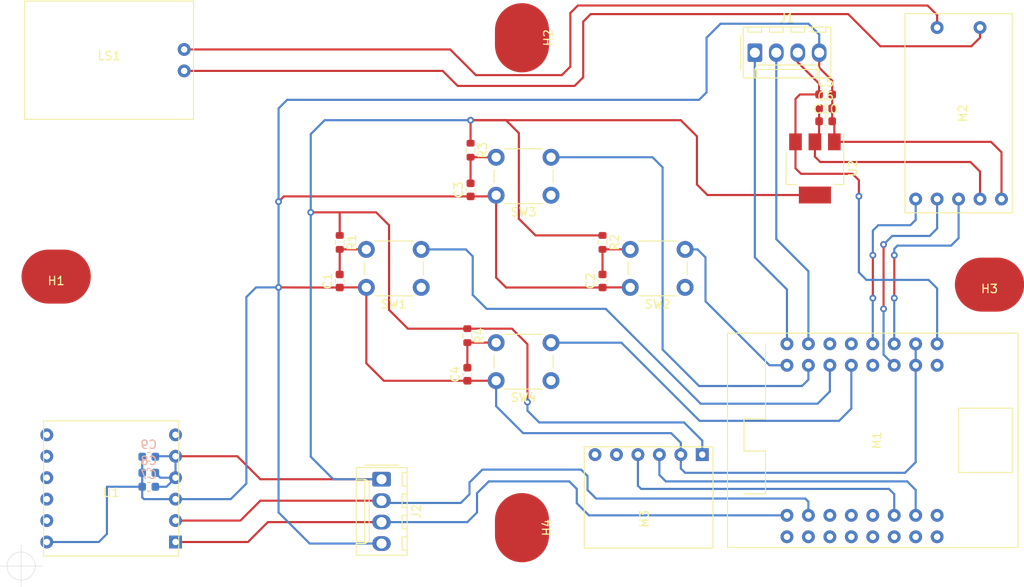
<source format=kicad_pcb>
(kicad_pcb (version 20171130) (host pcbnew "(5.1.10)-1")

  (general
    (thickness 1.6)
    (drawings 5)
    (tracks 272)
    (zones 0)
    (modules 30)
    (nets 19)
  )

  (page A4)
  (layers
    (0 F.Cu signal)
    (31 B.Cu signal)
    (32 B.Adhes user)
    (33 F.Adhes user)
    (34 B.Paste user)
    (35 F.Paste user)
    (36 B.SilkS user)
    (37 F.SilkS user)
    (38 B.Mask user)
    (39 F.Mask user)
    (40 Dwgs.User user)
    (41 Cmts.User user)
    (42 Eco1.User user)
    (43 Eco2.User user)
    (44 Edge.Cuts user)
    (45 Margin user)
    (46 B.CrtYd user)
    (47 F.CrtYd user)
    (48 B.Fab user)
    (49 F.Fab user)
  )

  (setup
    (last_trace_width 0.25)
    (trace_clearance 0.2)
    (zone_clearance 0.508)
    (zone_45_only no)
    (trace_min 0.2)
    (via_size 0.8)
    (via_drill 0.4)
    (via_min_size 0.4)
    (via_min_drill 0.3)
    (uvia_size 0.3)
    (uvia_drill 0.1)
    (uvias_allowed no)
    (uvia_min_size 0.2)
    (uvia_min_drill 0.1)
    (edge_width 0.05)
    (segment_width 0.2)
    (pcb_text_width 0.3)
    (pcb_text_size 1.5 1.5)
    (mod_edge_width 0.12)
    (mod_text_size 1 1)
    (mod_text_width 0.15)
    (pad_size 6.4 8.2)
    (pad_drill 0)
    (pad_to_mask_clearance 0)
    (aux_axis_origin 0 0)
    (grid_origin 60 130)
    (visible_elements 7FF9FFFF)
    (pcbplotparams
      (layerselection 0x010fc_ffffffff)
      (usegerberextensions false)
      (usegerberattributes true)
      (usegerberadvancedattributes true)
      (creategerberjobfile true)
      (excludeedgelayer true)
      (linewidth 0.100000)
      (plotframeref false)
      (viasonmask false)
      (mode 1)
      (useauxorigin false)
      (hpglpennumber 1)
      (hpglpenspeed 20)
      (hpglpendiameter 15.000000)
      (psnegative false)
      (psa4output false)
      (plotreference true)
      (plotvalue true)
      (plotinvisibletext false)
      (padsonsilk false)
      (subtractmaskfromsilk false)
      (outputformat 1)
      (mirror false)
      (drillshape 1)
      (scaleselection 1)
      (outputdirectory ""))
  )

  (net 0 "")
  (net 1 GND)
  (net 2 KEY_LEFT)
  (net 3 KEY_RIGHT)
  (net 4 KEY_UP)
  (net 5 KEY_DOWN)
  (net 6 VBUS)
  (net 7 HOST_RX)
  (net 8 HOST_TX)
  (net 9 "Net-(LS1-Pad1)")
  (net 10 "Net-(LS1-Pad2)")
  (net 11 GPS_RX)
  (net 12 GPS_TX)
  (net 13 VCC)
  (net 14 BARO_SCL)
  (net 15 BARO_SDA)
  (net 16 AUDIO-)
  (net 17 AUDIO+)
  (net 18 MUTE)

  (net_class Default "This is the default net class."
    (clearance 0.2)
    (trace_width 0.25)
    (via_dia 0.8)
    (via_drill 0.4)
    (uvia_dia 0.3)
    (uvia_drill 0.1)
    (add_net AUDIO+)
    (add_net AUDIO-)
    (add_net BARO_SCL)
    (add_net BARO_SDA)
    (add_net GND)
    (add_net GPS_RX)
    (add_net GPS_TX)
    (add_net HOST_RX)
    (add_net HOST_TX)
    (add_net KEY_DOWN)
    (add_net KEY_ENTER)
    (add_net KEY_ESC)
    (add_net KEY_LEFT)
    (add_net KEY_RIGHT)
    (add_net KEY_UP)
    (add_net MUTE)
    (add_net "Net-(LS1-Pad1)")
    (add_net "Net-(LS1-Pad2)")
    (add_net "Net-(M1-Pad1)")
    (add_net "Net-(M1-Pad11)")
    (add_net "Net-(M1-Pad13)")
    (add_net "Net-(M1-Pad15)")
    (add_net "Net-(M1-Pad16)")
    (add_net "Net-(M1-Pad22)")
    (add_net "Net-(M1-Pad24)")
    (add_net "Net-(M1-Pad25)")
    (add_net "Net-(M1-Pad3)")
    (add_net "Net-(M1-Pad31)")
    (add_net "Net-(M1-Pad5)")
    (add_net "Net-(M1-Pad6)")
    (add_net "Net-(M1-Pad7)")
    (add_net "Net-(M1-Pad9)")
    (add_net "Net-(M3-Pad5)")
    (add_net "Net-(M3-Pad6)")
    (add_net "Net-(U1-Pad10)")
    (add_net "Net-(U1-Pad11)")
    (add_net "Net-(U1-Pad6)")
    (add_net "Net-(U1-Pad7)")
    (add_net "Net-(U1-Pad8)")
    (add_net "Net-(U1-Pad9)")
    (add_net VBUS)
    (add_net VCC)
  )

  (module Connector_Molex:Molex_KK-254_AE-6410-04A_1x04_P2.54mm_Vertical (layer F.Cu) (tedit 5EA53D3B) (tstamp 64083CE0)
    (at 102.672 119.713 270)
    (descr "Molex KK-254 Interconnect System, old/engineering part number: AE-6410-04A example for new part number: 22-27-2041, 4 Pins (http://www.molex.com/pdm_docs/sd/022272021_sd.pdf), generated with kicad-footprint-generator")
    (tags "connector Molex KK-254 vertical")
    (path /640FF206)
    (fp_text reference J2 (at 3.81 -4.12 90) (layer F.SilkS)
      (effects (font (size 1 1) (thickness 0.15)))
    )
    (fp_text value Conn_01x04 (at 3.81 4.08 90) (layer F.Fab)
      (effects (font (size 1 1) (thickness 0.15)))
    )
    (fp_text user %R (at 3.81 -2.22 90) (layer F.Fab)
      (effects (font (size 1 1) (thickness 0.15)))
    )
    (fp_line (start -1.27 -2.92) (end -1.27 2.88) (layer F.Fab) (width 0.1))
    (fp_line (start -1.27 2.88) (end 8.89 2.88) (layer F.Fab) (width 0.1))
    (fp_line (start 8.89 2.88) (end 8.89 -2.92) (layer F.Fab) (width 0.1))
    (fp_line (start 8.89 -2.92) (end -1.27 -2.92) (layer F.Fab) (width 0.1))
    (fp_line (start -1.38 -3.03) (end -1.38 2.99) (layer F.SilkS) (width 0.12))
    (fp_line (start -1.38 2.99) (end 9 2.99) (layer F.SilkS) (width 0.12))
    (fp_line (start 9 2.99) (end 9 -3.03) (layer F.SilkS) (width 0.12))
    (fp_line (start 9 -3.03) (end -1.38 -3.03) (layer F.SilkS) (width 0.12))
    (fp_line (start -1.67 -2) (end -1.67 2) (layer F.SilkS) (width 0.12))
    (fp_line (start -1.27 -0.5) (end -0.562893 0) (layer F.Fab) (width 0.1))
    (fp_line (start -0.562893 0) (end -1.27 0.5) (layer F.Fab) (width 0.1))
    (fp_line (start 0 2.99) (end 0 1.99) (layer F.SilkS) (width 0.12))
    (fp_line (start 0 1.99) (end 7.62 1.99) (layer F.SilkS) (width 0.12))
    (fp_line (start 7.62 1.99) (end 7.62 2.99) (layer F.SilkS) (width 0.12))
    (fp_line (start 0 1.99) (end 0.25 1.46) (layer F.SilkS) (width 0.12))
    (fp_line (start 0.25 1.46) (end 7.37 1.46) (layer F.SilkS) (width 0.12))
    (fp_line (start 7.37 1.46) (end 7.62 1.99) (layer F.SilkS) (width 0.12))
    (fp_line (start 0.25 2.99) (end 0.25 1.99) (layer F.SilkS) (width 0.12))
    (fp_line (start 7.37 2.99) (end 7.37 1.99) (layer F.SilkS) (width 0.12))
    (fp_line (start -0.8 -3.03) (end -0.8 -2.43) (layer F.SilkS) (width 0.12))
    (fp_line (start -0.8 -2.43) (end 0.8 -2.43) (layer F.SilkS) (width 0.12))
    (fp_line (start 0.8 -2.43) (end 0.8 -3.03) (layer F.SilkS) (width 0.12))
    (fp_line (start 1.74 -3.03) (end 1.74 -2.43) (layer F.SilkS) (width 0.12))
    (fp_line (start 1.74 -2.43) (end 3.34 -2.43) (layer F.SilkS) (width 0.12))
    (fp_line (start 3.34 -2.43) (end 3.34 -3.03) (layer F.SilkS) (width 0.12))
    (fp_line (start 4.28 -3.03) (end 4.28 -2.43) (layer F.SilkS) (width 0.12))
    (fp_line (start 4.28 -2.43) (end 5.88 -2.43) (layer F.SilkS) (width 0.12))
    (fp_line (start 5.88 -2.43) (end 5.88 -3.03) (layer F.SilkS) (width 0.12))
    (fp_line (start 6.82 -3.03) (end 6.82 -2.43) (layer F.SilkS) (width 0.12))
    (fp_line (start 6.82 -2.43) (end 8.42 -2.43) (layer F.SilkS) (width 0.12))
    (fp_line (start 8.42 -2.43) (end 8.42 -3.03) (layer F.SilkS) (width 0.12))
    (fp_line (start -1.77 -3.42) (end -1.77 3.38) (layer F.CrtYd) (width 0.05))
    (fp_line (start -1.77 3.38) (end 9.39 3.38) (layer F.CrtYd) (width 0.05))
    (fp_line (start 9.39 3.38) (end 9.39 -3.42) (layer F.CrtYd) (width 0.05))
    (fp_line (start 9.39 -3.42) (end -1.77 -3.42) (layer F.CrtYd) (width 0.05))
    (pad 4 thru_hole oval (at 7.62 0 270) (size 1.74 2.19) (drill 1.19) (layers *.Cu *.Mask)
      (net 1 GND))
    (pad 3 thru_hole oval (at 5.08 0 270) (size 1.74 2.19) (drill 1.19) (layers *.Cu *.Mask)
      (net 11 GPS_RX))
    (pad 2 thru_hole oval (at 2.54 0 270) (size 1.74 2.19) (drill 1.19) (layers *.Cu *.Mask)
      (net 12 GPS_TX))
    (pad 1 thru_hole roundrect (at 0 0 270) (size 1.74 2.19) (drill 1.19) (layers *.Cu *.Mask) (roundrect_rratio 0.143678)
      (net 13 VCC))
    (model ${KISYS3DMOD}/Connector_Molex.3dshapes/Molex_KK-254_AE-6410-04A_1x04_P2.54mm_Vertical.wrl
      (at (xyz 0 0 0))
      (scale (xyz 1 1 1))
      (rotate (xyz 0 0 0))
    )
  )

  (module Button_Switch_THT:SW_PUSH_6mm (layer F.Cu) (tedit 5A02FE31) (tstamp 63FD09CC)
    (at 122.738 108.029 180)
    (descr https://www.omron.com/ecb/products/pdf/en-b3f.pdf)
    (tags "tact sw push 6mm")
    (path /6403D129)
    (fp_text reference SW4 (at 3.25 -2) (layer F.SilkS)
      (effects (font (size 1 1) (thickness 0.15)))
    )
    (fp_text value SW_DIP_x01 (at 3.75 6.7) (layer F.Fab)
      (effects (font (size 1 1) (thickness 0.15)))
    )
    (fp_text user %R (at 3.25 2.25) (layer F.Fab)
      (effects (font (size 1 1) (thickness 0.15)))
    )
    (fp_line (start 3.25 -0.75) (end 6.25 -0.75) (layer F.Fab) (width 0.1))
    (fp_line (start 6.25 -0.75) (end 6.25 5.25) (layer F.Fab) (width 0.1))
    (fp_line (start 6.25 5.25) (end 0.25 5.25) (layer F.Fab) (width 0.1))
    (fp_line (start 0.25 5.25) (end 0.25 -0.75) (layer F.Fab) (width 0.1))
    (fp_line (start 0.25 -0.75) (end 3.25 -0.75) (layer F.Fab) (width 0.1))
    (fp_line (start 7.75 6) (end 8 6) (layer F.CrtYd) (width 0.05))
    (fp_line (start 8 6) (end 8 5.75) (layer F.CrtYd) (width 0.05))
    (fp_line (start 7.75 -1.5) (end 8 -1.5) (layer F.CrtYd) (width 0.05))
    (fp_line (start 8 -1.5) (end 8 -1.25) (layer F.CrtYd) (width 0.05))
    (fp_line (start -1.5 -1.25) (end -1.5 -1.5) (layer F.CrtYd) (width 0.05))
    (fp_line (start -1.5 -1.5) (end -1.25 -1.5) (layer F.CrtYd) (width 0.05))
    (fp_line (start -1.5 5.75) (end -1.5 6) (layer F.CrtYd) (width 0.05))
    (fp_line (start -1.5 6) (end -1.25 6) (layer F.CrtYd) (width 0.05))
    (fp_line (start -1.25 -1.5) (end 7.75 -1.5) (layer F.CrtYd) (width 0.05))
    (fp_line (start -1.5 5.75) (end -1.5 -1.25) (layer F.CrtYd) (width 0.05))
    (fp_line (start 7.75 6) (end -1.25 6) (layer F.CrtYd) (width 0.05))
    (fp_line (start 8 -1.25) (end 8 5.75) (layer F.CrtYd) (width 0.05))
    (fp_line (start 1 5.5) (end 5.5 5.5) (layer F.SilkS) (width 0.12))
    (fp_line (start -0.25 1.5) (end -0.25 3) (layer F.SilkS) (width 0.12))
    (fp_line (start 5.5 -1) (end 1 -1) (layer F.SilkS) (width 0.12))
    (fp_line (start 6.75 3) (end 6.75 1.5) (layer F.SilkS) (width 0.12))
    (fp_circle (center 3.25 2.25) (end 1.25 2.5) (layer F.Fab) (width 0.1))
    (pad 1 thru_hole circle (at 6.5 0 270) (size 2 2) (drill 1.1) (layers *.Cu *.Mask)
      (net 1 GND))
    (pad 2 thru_hole circle (at 6.5 4.5 270) (size 2 2) (drill 1.1) (layers *.Cu *.Mask)
      (net 5 KEY_DOWN))
    (pad 1 thru_hole circle (at 0 0 270) (size 2 2) (drill 1.1) (layers *.Cu *.Mask)
      (net 1 GND))
    (pad 2 thru_hole circle (at 0 4.5 270) (size 2 2) (drill 1.1) (layers *.Cu *.Mask)
      (net 5 KEY_DOWN))
    (model ${KISYS3DMOD}/Button_Switch_THT.3dshapes/SW_PUSH_6mm.wrl
      (at (xyz 0 0 0))
      (scale (xyz 1 1 1))
      (rotate (xyz 0 0 0))
    )
  )

  (module Button_Switch_THT:SW_PUSH_6mm (layer F.Cu) (tedit 5A02FE31) (tstamp 63FD09B1)
    (at 122.738 86.058 180)
    (descr https://www.omron.com/ecb/products/pdf/en-b3f.pdf)
    (tags "tact sw push 6mm")
    (path /6403CE4B)
    (fp_text reference SW3 (at 3.25 -2) (layer F.SilkS)
      (effects (font (size 1 1) (thickness 0.15)))
    )
    (fp_text value SW_DIP_x01 (at 3.75 6.7) (layer F.Fab)
      (effects (font (size 1 1) (thickness 0.15)))
    )
    (fp_text user %R (at 3.25 2.25) (layer F.Fab)
      (effects (font (size 1 1) (thickness 0.15)))
    )
    (fp_line (start 3.25 -0.75) (end 6.25 -0.75) (layer F.Fab) (width 0.1))
    (fp_line (start 6.25 -0.75) (end 6.25 5.25) (layer F.Fab) (width 0.1))
    (fp_line (start 6.25 5.25) (end 0.25 5.25) (layer F.Fab) (width 0.1))
    (fp_line (start 0.25 5.25) (end 0.25 -0.75) (layer F.Fab) (width 0.1))
    (fp_line (start 0.25 -0.75) (end 3.25 -0.75) (layer F.Fab) (width 0.1))
    (fp_line (start 7.75 6) (end 8 6) (layer F.CrtYd) (width 0.05))
    (fp_line (start 8 6) (end 8 5.75) (layer F.CrtYd) (width 0.05))
    (fp_line (start 7.75 -1.5) (end 8 -1.5) (layer F.CrtYd) (width 0.05))
    (fp_line (start 8 -1.5) (end 8 -1.25) (layer F.CrtYd) (width 0.05))
    (fp_line (start -1.5 -1.25) (end -1.5 -1.5) (layer F.CrtYd) (width 0.05))
    (fp_line (start -1.5 -1.5) (end -1.25 -1.5) (layer F.CrtYd) (width 0.05))
    (fp_line (start -1.5 5.75) (end -1.5 6) (layer F.CrtYd) (width 0.05))
    (fp_line (start -1.5 6) (end -1.25 6) (layer F.CrtYd) (width 0.05))
    (fp_line (start -1.25 -1.5) (end 7.75 -1.5) (layer F.CrtYd) (width 0.05))
    (fp_line (start -1.5 5.75) (end -1.5 -1.25) (layer F.CrtYd) (width 0.05))
    (fp_line (start 7.75 6) (end -1.25 6) (layer F.CrtYd) (width 0.05))
    (fp_line (start 8 -1.25) (end 8 5.75) (layer F.CrtYd) (width 0.05))
    (fp_line (start 1 5.5) (end 5.5 5.5) (layer F.SilkS) (width 0.12))
    (fp_line (start -0.25 1.5) (end -0.25 3) (layer F.SilkS) (width 0.12))
    (fp_line (start 5.5 -1) (end 1 -1) (layer F.SilkS) (width 0.12))
    (fp_line (start 6.75 3) (end 6.75 1.5) (layer F.SilkS) (width 0.12))
    (fp_circle (center 3.25 2.25) (end 1.25 2.5) (layer F.Fab) (width 0.1))
    (pad 1 thru_hole circle (at 6.5 0 270) (size 2 2) (drill 1.1) (layers *.Cu *.Mask)
      (net 1 GND))
    (pad 2 thru_hole circle (at 6.5 4.5 270) (size 2 2) (drill 1.1) (layers *.Cu *.Mask)
      (net 4 KEY_UP))
    (pad 1 thru_hole circle (at 0 0 270) (size 2 2) (drill 1.1) (layers *.Cu *.Mask)
      (net 1 GND))
    (pad 2 thru_hole circle (at 0 4.5 270) (size 2 2) (drill 1.1) (layers *.Cu *.Mask)
      (net 4 KEY_UP))
    (model ${KISYS3DMOD}/Button_Switch_THT.3dshapes/SW_PUSH_6mm.wrl
      (at (xyz 0 0 0))
      (scale (xyz 1 1 1))
      (rotate (xyz 0 0 0))
    )
  )

  (module Button_Switch_THT:SW_PUSH_6mm (layer F.Cu) (tedit 5A02FE31) (tstamp 63FD0996)
    (at 138.613 96.98 180)
    (descr https://www.omron.com/ecb/products/pdf/en-b3f.pdf)
    (tags "tact sw push 6mm")
    (path /6402A5C3)
    (fp_text reference SW2 (at 3.25 -2) (layer F.SilkS)
      (effects (font (size 1 1) (thickness 0.15)))
    )
    (fp_text value SW_DIP_x01 (at 3.75 6.7) (layer F.Fab)
      (effects (font (size 1 1) (thickness 0.15)))
    )
    (fp_text user %R (at 3.25 2.25) (layer F.Fab)
      (effects (font (size 1 1) (thickness 0.15)))
    )
    (fp_line (start 3.25 -0.75) (end 6.25 -0.75) (layer F.Fab) (width 0.1))
    (fp_line (start 6.25 -0.75) (end 6.25 5.25) (layer F.Fab) (width 0.1))
    (fp_line (start 6.25 5.25) (end 0.25 5.25) (layer F.Fab) (width 0.1))
    (fp_line (start 0.25 5.25) (end 0.25 -0.75) (layer F.Fab) (width 0.1))
    (fp_line (start 0.25 -0.75) (end 3.25 -0.75) (layer F.Fab) (width 0.1))
    (fp_line (start 7.75 6) (end 8 6) (layer F.CrtYd) (width 0.05))
    (fp_line (start 8 6) (end 8 5.75) (layer F.CrtYd) (width 0.05))
    (fp_line (start 7.75 -1.5) (end 8 -1.5) (layer F.CrtYd) (width 0.05))
    (fp_line (start 8 -1.5) (end 8 -1.25) (layer F.CrtYd) (width 0.05))
    (fp_line (start -1.5 -1.25) (end -1.5 -1.5) (layer F.CrtYd) (width 0.05))
    (fp_line (start -1.5 -1.5) (end -1.25 -1.5) (layer F.CrtYd) (width 0.05))
    (fp_line (start -1.5 5.75) (end -1.5 6) (layer F.CrtYd) (width 0.05))
    (fp_line (start -1.5 6) (end -1.25 6) (layer F.CrtYd) (width 0.05))
    (fp_line (start -1.25 -1.5) (end 7.75 -1.5) (layer F.CrtYd) (width 0.05))
    (fp_line (start -1.5 5.75) (end -1.5 -1.25) (layer F.CrtYd) (width 0.05))
    (fp_line (start 7.75 6) (end -1.25 6) (layer F.CrtYd) (width 0.05))
    (fp_line (start 8 -1.25) (end 8 5.75) (layer F.CrtYd) (width 0.05))
    (fp_line (start 1 5.5) (end 5.5 5.5) (layer F.SilkS) (width 0.12))
    (fp_line (start -0.25 1.5) (end -0.25 3) (layer F.SilkS) (width 0.12))
    (fp_line (start 5.5 -1) (end 1 -1) (layer F.SilkS) (width 0.12))
    (fp_line (start 6.75 3) (end 6.75 1.5) (layer F.SilkS) (width 0.12))
    (fp_circle (center 3.25 2.25) (end 1.25 2.5) (layer F.Fab) (width 0.1))
    (pad 1 thru_hole circle (at 6.5 0 270) (size 2 2) (drill 1.1) (layers *.Cu *.Mask)
      (net 1 GND))
    (pad 2 thru_hole circle (at 6.5 4.5 270) (size 2 2) (drill 1.1) (layers *.Cu *.Mask)
      (net 3 KEY_RIGHT))
    (pad 1 thru_hole circle (at 0 0 270) (size 2 2) (drill 1.1) (layers *.Cu *.Mask)
      (net 1 GND))
    (pad 2 thru_hole circle (at 0 4.5 270) (size 2 2) (drill 1.1) (layers *.Cu *.Mask)
      (net 3 KEY_RIGHT))
    (model ${KISYS3DMOD}/Button_Switch_THT.3dshapes/SW_PUSH_6mm.wrl
      (at (xyz 0 0 0))
      (scale (xyz 1 1 1))
      (rotate (xyz 0 0 0))
    )
  )

  (module Button_Switch_THT:SW_PUSH_6mm (layer F.Cu) (tedit 5A02FE31) (tstamp 63FD097B)
    (at 107.371 96.98 180)
    (descr https://www.omron.com/ecb/products/pdf/en-b3f.pdf)
    (tags "tact sw push 6mm")
    (path /63FD2499)
    (fp_text reference SW1 (at 3.25 -2) (layer F.SilkS)
      (effects (font (size 1 1) (thickness 0.15)))
    )
    (fp_text value SW_DIP_x01 (at 3.75 6.7) (layer F.Fab)
      (effects (font (size 1 1) (thickness 0.15)))
    )
    (fp_text user %R (at 3.25 2.25) (layer F.Fab)
      (effects (font (size 1 1) (thickness 0.15)))
    )
    (fp_line (start 3.25 -0.75) (end 6.25 -0.75) (layer F.Fab) (width 0.1))
    (fp_line (start 6.25 -0.75) (end 6.25 5.25) (layer F.Fab) (width 0.1))
    (fp_line (start 6.25 5.25) (end 0.25 5.25) (layer F.Fab) (width 0.1))
    (fp_line (start 0.25 5.25) (end 0.25 -0.75) (layer F.Fab) (width 0.1))
    (fp_line (start 0.25 -0.75) (end 3.25 -0.75) (layer F.Fab) (width 0.1))
    (fp_line (start 7.75 6) (end 8 6) (layer F.CrtYd) (width 0.05))
    (fp_line (start 8 6) (end 8 5.75) (layer F.CrtYd) (width 0.05))
    (fp_line (start 7.75 -1.5) (end 8 -1.5) (layer F.CrtYd) (width 0.05))
    (fp_line (start 8 -1.5) (end 8 -1.25) (layer F.CrtYd) (width 0.05))
    (fp_line (start -1.5 -1.25) (end -1.5 -1.5) (layer F.CrtYd) (width 0.05))
    (fp_line (start -1.5 -1.5) (end -1.25 -1.5) (layer F.CrtYd) (width 0.05))
    (fp_line (start -1.5 5.75) (end -1.5 6) (layer F.CrtYd) (width 0.05))
    (fp_line (start -1.5 6) (end -1.25 6) (layer F.CrtYd) (width 0.05))
    (fp_line (start -1.25 -1.5) (end 7.75 -1.5) (layer F.CrtYd) (width 0.05))
    (fp_line (start -1.5 5.75) (end -1.5 -1.25) (layer F.CrtYd) (width 0.05))
    (fp_line (start 7.75 6) (end -1.25 6) (layer F.CrtYd) (width 0.05))
    (fp_line (start 8 -1.25) (end 8 5.75) (layer F.CrtYd) (width 0.05))
    (fp_line (start 1 5.5) (end 5.5 5.5) (layer F.SilkS) (width 0.12))
    (fp_line (start -0.25 1.5) (end -0.25 3) (layer F.SilkS) (width 0.12))
    (fp_line (start 5.5 -1) (end 1 -1) (layer F.SilkS) (width 0.12))
    (fp_line (start 6.75 3) (end 6.75 1.5) (layer F.SilkS) (width 0.12))
    (fp_circle (center 3.25 2.25) (end 1.25 2.5) (layer F.Fab) (width 0.1))
    (pad 1 thru_hole circle (at 6.5 0 270) (size 2 2) (drill 1.1) (layers *.Cu *.Mask)
      (net 1 GND))
    (pad 2 thru_hole circle (at 6.5 4.5 270) (size 2 2) (drill 1.1) (layers *.Cu *.Mask)
      (net 2 KEY_LEFT))
    (pad 1 thru_hole circle (at 0 0 270) (size 2 2) (drill 1.1) (layers *.Cu *.Mask)
      (net 1 GND))
    (pad 2 thru_hole circle (at 0 4.5 270) (size 2 2) (drill 1.1) (layers *.Cu *.Mask)
      (net 2 KEY_LEFT))
    (model ${KISYS3DMOD}/Button_Switch_THT.3dshapes/SW_PUSH_6mm.wrl
      (at (xyz 0 0 0))
      (scale (xyz 1 1 1))
      (rotate (xyz 0 0 0))
    )
  )

  (module M3:GY-BMP280 (layer F.Cu) (tedit 63FC7BF7) (tstamp 63FD08FA)
    (at 134.295 121.872 270)
    (path /63FCFA02)
    (fp_text reference M3 (at 2.54 0.5 90) (layer F.SilkS)
      (effects (font (size 1 1) (thickness 0.15)))
    )
    (fp_text value GY-BMP280 (at 2.54 -0.5 90) (layer F.Fab)
      (effects (font (size 1 1) (thickness 0.15)))
    )
    (fp_line (start -6 7.62) (end -6 -7.62) (layer F.SilkS) (width 0.12))
    (fp_line (start 6 7.62) (end -6 7.62) (layer F.SilkS) (width 0.12))
    (fp_line (start 6 -7.62) (end 6 7.62) (layer F.SilkS) (width 0.12))
    (fp_line (start -6 -7.62) (end 6 -7.62) (layer F.SilkS) (width 0.12))
    (pad 6 thru_hole circle (at -5.08 6.35 270) (size 1.524 1.524) (drill 0.762) (layers *.Cu *.Mask))
    (pad 5 thru_hole circle (at -5.08 3.81 270) (size 1.524 1.524) (drill 0.762) (layers *.Cu *.Mask))
    (pad 4 thru_hole circle (at -5.08 1.27 270) (size 1.524 1.524) (drill 0.762) (layers *.Cu *.Mask)
      (net 15 BARO_SDA))
    (pad 3 thru_hole circle (at -5.08 -1.27 270) (size 1.524 1.524) (drill 0.762) (layers *.Cu *.Mask)
      (net 14 BARO_SCL))
    (pad 2 thru_hole circle (at -5.08 -3.81 270) (size 1.524 1.524) (drill 0.762) (layers *.Cu *.Mask)
      (net 1 GND))
    (pad 1 thru_hole rect (at -5.08 -6.35 270) (size 1.524 1.524) (drill 0.762) (layers *.Cu *.Mask)
      (net 13 VCC))
  )

  (module Capacitor_SMD:C_0603_1608Metric (layer F.Cu) (tedit 5F68FEEE) (tstamp 63FD07ED)
    (at 97.719 96.218 90)
    (descr "Capacitor SMD 0603 (1608 Metric), square (rectangular) end terminal, IPC_7351 nominal, (Body size source: IPC-SM-782 page 76, https://www.pcb-3d.com/wordpress/wp-content/uploads/ipc-sm-782a_amendment_1_and_2.pdf), generated with kicad-footprint-generator")
    (tags capacitor)
    (path /640145D6)
    (attr smd)
    (fp_text reference C1 (at 0 -1.43 90) (layer F.SilkS)
      (effects (font (size 1 1) (thickness 0.15)))
    )
    (fp_text value 0.1uF (at 0 1.43 90) (layer F.Fab)
      (effects (font (size 1 1) (thickness 0.15)))
    )
    (fp_line (start 1.48 0.73) (end -1.48 0.73) (layer F.CrtYd) (width 0.05))
    (fp_line (start 1.48 -0.73) (end 1.48 0.73) (layer F.CrtYd) (width 0.05))
    (fp_line (start -1.48 -0.73) (end 1.48 -0.73) (layer F.CrtYd) (width 0.05))
    (fp_line (start -1.48 0.73) (end -1.48 -0.73) (layer F.CrtYd) (width 0.05))
    (fp_line (start -0.14058 0.51) (end 0.14058 0.51) (layer F.SilkS) (width 0.12))
    (fp_line (start -0.14058 -0.51) (end 0.14058 -0.51) (layer F.SilkS) (width 0.12))
    (fp_line (start 0.8 0.4) (end -0.8 0.4) (layer F.Fab) (width 0.1))
    (fp_line (start 0.8 -0.4) (end 0.8 0.4) (layer F.Fab) (width 0.1))
    (fp_line (start -0.8 -0.4) (end 0.8 -0.4) (layer F.Fab) (width 0.1))
    (fp_line (start -0.8 0.4) (end -0.8 -0.4) (layer F.Fab) (width 0.1))
    (fp_text user %R (at 0 0 90) (layer F.Fab)
      (effects (font (size 0.4 0.4) (thickness 0.06)))
    )
    (pad 2 smd roundrect (at 0.775 0 90) (size 0.9 0.95) (layers F.Cu F.Paste F.Mask) (roundrect_rratio 0.25)
      (net 2 KEY_LEFT))
    (pad 1 smd roundrect (at -0.775 0 90) (size 0.9 0.95) (layers F.Cu F.Paste F.Mask) (roundrect_rratio 0.25)
      (net 1 GND))
    (model ${KISYS3DMOD}/Capacitor_SMD.3dshapes/C_0603_1608Metric.wrl
      (at (xyz 0 0 0))
      (scale (xyz 1 1 1))
      (rotate (xyz 0 0 0))
    )
  )

  (module Capacitor_SMD:C_0603_1608Metric (layer F.Cu) (tedit 5F68FEEE) (tstamp 63FD07FE)
    (at 128.834 96.218 90)
    (descr "Capacitor SMD 0603 (1608 Metric), square (rectangular) end terminal, IPC_7351 nominal, (Body size source: IPC-SM-782 page 76, https://www.pcb-3d.com/wordpress/wp-content/uploads/ipc-sm-782a_amendment_1_and_2.pdf), generated with kicad-footprint-generator")
    (tags capacitor)
    (path /6402A80F)
    (attr smd)
    (fp_text reference C2 (at 0 -1.43 90) (layer F.SilkS)
      (effects (font (size 1 1) (thickness 0.15)))
    )
    (fp_text value 0.1uF (at 0 1.43 90) (layer F.Fab)
      (effects (font (size 1 1) (thickness 0.15)))
    )
    (fp_line (start 1.48 0.73) (end -1.48 0.73) (layer F.CrtYd) (width 0.05))
    (fp_line (start 1.48 -0.73) (end 1.48 0.73) (layer F.CrtYd) (width 0.05))
    (fp_line (start -1.48 -0.73) (end 1.48 -0.73) (layer F.CrtYd) (width 0.05))
    (fp_line (start -1.48 0.73) (end -1.48 -0.73) (layer F.CrtYd) (width 0.05))
    (fp_line (start -0.14058 0.51) (end 0.14058 0.51) (layer F.SilkS) (width 0.12))
    (fp_line (start -0.14058 -0.51) (end 0.14058 -0.51) (layer F.SilkS) (width 0.12))
    (fp_line (start 0.8 0.4) (end -0.8 0.4) (layer F.Fab) (width 0.1))
    (fp_line (start 0.8 -0.4) (end 0.8 0.4) (layer F.Fab) (width 0.1))
    (fp_line (start -0.8 -0.4) (end 0.8 -0.4) (layer F.Fab) (width 0.1))
    (fp_line (start -0.8 0.4) (end -0.8 -0.4) (layer F.Fab) (width 0.1))
    (fp_text user %R (at 0 0 90) (layer F.Fab)
      (effects (font (size 0.4 0.4) (thickness 0.06)))
    )
    (pad 2 smd roundrect (at 0.775 0 90) (size 0.9 0.95) (layers F.Cu F.Paste F.Mask) (roundrect_rratio 0.25)
      (net 3 KEY_RIGHT))
    (pad 1 smd roundrect (at -0.775 0 90) (size 0.9 0.95) (layers F.Cu F.Paste F.Mask) (roundrect_rratio 0.25)
      (net 1 GND))
    (model ${KISYS3DMOD}/Capacitor_SMD.3dshapes/C_0603_1608Metric.wrl
      (at (xyz 0 0 0))
      (scale (xyz 1 1 1))
      (rotate (xyz 0 0 0))
    )
  )

  (module M3:ESP32S2-MINI (layer F.Cu) (tedit 63FC7E2A) (tstamp 63FD08DD)
    (at 160.83 115.1 90)
    (path /63FCEF6F)
    (fp_text reference M1 (at 0 0.5 90) (layer F.SilkS)
      (effects (font (size 1 1) (thickness 0.15)))
    )
    (fp_text value EPS32S2-MINI (at 0 -0.5 90) (layer F.Fab)
      (effects (font (size 1 1) (thickness 0.15)))
    )
    (fp_line (start -3.81 10.16) (end -3.81 16.51) (layer F.SilkS) (width 0.12))
    (fp_line (start 3.81 10.16) (end -3.81 10.16) (layer F.SilkS) (width 0.12))
    (fp_line (start 3.81 16.51) (end 3.81 10.16) (layer F.SilkS) (width 0.12))
    (fp_line (start -3.81 16.51) (end 3.81 16.51) (layer F.SilkS) (width 0.12))
    (fp_line (start 2.54 -12.7) (end 11.43 -12.7) (layer F.SilkS) (width 0.12))
    (fp_line (start 2.54 -15.24) (end 2.54 -12.7) (layer F.SilkS) (width 0.12))
    (fp_line (start -1.27 -15.24) (end 2.54 -15.24) (layer F.SilkS) (width 0.12))
    (fp_line (start -1.27 -12.7) (end -1.27 -15.24) (layer F.SilkS) (width 0.12))
    (fp_line (start -6.35 -12.7) (end -1.27 -12.7) (layer F.SilkS) (width 0.12))
    (fp_line (start -6.35 -15.24) (end -6.35 -12.7) (layer F.SilkS) (width 0.12))
    (fp_line (start 12.7 -17.2) (end 12.7 17.2) (layer F.SilkS) (width 0.12))
    (fp_line (start -12.7 -17.2) (end -12.7 17.2) (layer F.SilkS) (width 0.12))
    (fp_line (start -12.7 17.2) (end 12.7 17.2) (layer F.SilkS) (width 0.12))
    (fp_line (start -12.7 -17.2) (end 12.7 -17.2) (layer F.SilkS) (width 0.12))
    (pad 32 thru_hole circle (at 11.43 7.62 90) (size 1.524 1.524) (drill 0.762) (layers *.Cu *.Mask)
      (net 6 VBUS))
    (pad 31 thru_hole circle (at 8.89 7.62 90) (size 1.524 1.524) (drill 0.762) (layers *.Cu *.Mask))
    (pad 30 thru_hole circle (at 11.43 5.08 90) (size 1.524 1.524) (drill 0.762) (layers *.Cu *.Mask)
      (net 1 GND))
    (pad 29 thru_hole circle (at 8.89 5.08 90) (size 1.524 1.524) (drill 0.762) (layers *.Cu *.Mask)
      (net 1 GND))
    (pad 28 thru_hole circle (at 11.43 2.54 90) (size 1.524 1.524) (drill 0.762) (layers *.Cu *.Mask)
      (net 18 MUTE))
    (pad 27 thru_hole circle (at 8.89 2.54 90) (size 1.524 1.524) (drill 0.762) (layers *.Cu *.Mask)
      (net 16 AUDIO-))
    (pad 26 thru_hole circle (at 11.43 0 90) (size 1.524 1.524) (drill 0.762) (layers *.Cu *.Mask)
      (net 17 AUDIO+))
    (pad 25 thru_hole circle (at 8.89 0 90) (size 1.524 1.524) (drill 0.762) (layers *.Cu *.Mask))
    (pad 24 thru_hole circle (at 11.43 -2.54 90) (size 1.524 1.524) (drill 0.762) (layers *.Cu *.Mask))
    (pad 23 thru_hole circle (at 8.89 -2.54 90) (size 1.524 1.524) (drill 0.762) (layers *.Cu *.Mask)
      (net 5 KEY_DOWN))
    (pad 22 thru_hole circle (at 11.43 -5.08 90) (size 1.524 1.524) (drill 0.762) (layers *.Cu *.Mask))
    (pad 21 thru_hole circle (at 8.89 -5.08 90) (size 1.524 1.524) (drill 0.762) (layers *.Cu *.Mask)
      (net 2 KEY_LEFT))
    (pad 20 thru_hole circle (at 11.43 -7.62 90) (size 1.524 1.524) (drill 0.762) (layers *.Cu *.Mask)
      (net 7 HOST_RX))
    (pad 19 thru_hole circle (at 8.89 -7.62 90) (size 1.524 1.524) (drill 0.762) (layers *.Cu *.Mask)
      (net 4 KEY_UP))
    (pad 18 thru_hole circle (at 11.43 -10.16 90) (size 1.524 1.524) (drill 0.762) (layers *.Cu *.Mask)
      (net 8 HOST_TX))
    (pad 17 thru_hole circle (at 8.89 -10.16 90) (size 1.524 1.524) (drill 0.762) (layers *.Cu *.Mask)
      (net 3 KEY_RIGHT))
    (pad 16 thru_hole circle (at -8.89 7.62 90) (size 1.524 1.524) (drill 0.762) (layers *.Cu *.Mask))
    (pad 15 thru_hole circle (at -11.43 7.62 90) (size 1.524 1.524) (drill 0.762) (layers *.Cu *.Mask))
    (pad 14 thru_hole circle (at -8.89 5.08 90) (size 1.524 1.524) (drill 0.762) (layers *.Cu *.Mask)
      (net 14 BARO_SCL))
    (pad 13 thru_hole circle (at -11.43 5.08 90) (size 1.524 1.524) (drill 0.762) (layers *.Cu *.Mask))
    (pad 12 thru_hole circle (at -8.89 2.54 90) (size 1.524 1.524) (drill 0.762) (layers *.Cu *.Mask)
      (net 15 BARO_SDA))
    (pad 11 thru_hole circle (at -11.43 2.54 90) (size 1.524 1.524) (drill 0.762) (layers *.Cu *.Mask))
    (pad 10 thru_hole circle (at -8.89 0 90) (size 1.524 1.524) (drill 0.762) (layers *.Cu *.Mask))
    (pad 9 thru_hole circle (at -11.43 0 90) (size 1.524 1.524) (drill 0.762) (layers *.Cu *.Mask))
    (pad 8 thru_hole circle (at -8.89 -2.54 90) (size 1.524 1.524) (drill 0.762) (layers *.Cu *.Mask))
    (pad 7 thru_hole circle (at -11.43 -2.54 90) (size 1.524 1.524) (drill 0.762) (layers *.Cu *.Mask))
    (pad 6 thru_hole circle (at -8.89 -5.08 90) (size 1.524 1.524) (drill 0.762) (layers *.Cu *.Mask))
    (pad 5 thru_hole circle (at -11.43 -5.08 90) (size 1.524 1.524) (drill 0.762) (layers *.Cu *.Mask))
    (pad 4 thru_hole circle (at -8.89 -7.62 90) (size 1.524 1.524) (drill 0.762) (layers *.Cu *.Mask)
      (net 12 GPS_TX))
    (pad 3 thru_hole circle (at -11.43 -7.62 90) (size 1.524 1.524) (drill 0.762) (layers *.Cu *.Mask))
    (pad 2 thru_hole circle (at -8.89 -10.16 90) (size 1.524 1.524) (drill 0.762) (layers *.Cu *.Mask)
      (net 11 GPS_RX))
    (pad 1 thru_hole circle (at -11.43 -10.16 90) (size 1.524 1.524) (drill 0.762) (layers *.Cu *.Mask))
  )

  (module Package_TO_SOT_SMD:SOT-223-3_TabPin2 (layer F.Cu) (tedit 5A02FF57) (tstamp 6401571D)
    (at 153.98 82.883 270)
    (descr "module CMS SOT223 4 pins")
    (tags "CMS SOT")
    (path /64025FD6)
    (attr smd)
    (fp_text reference U2 (at 0 -4.5 90) (layer F.SilkS)
      (effects (font (size 1 1) (thickness 0.15)))
    )
    (fp_text value AP1117-33 (at 0 4.5 90) (layer F.Fab)
      (effects (font (size 1 1) (thickness 0.15)))
    )
    (fp_line (start 1.85 -3.35) (end 1.85 3.35) (layer F.Fab) (width 0.1))
    (fp_line (start -1.85 3.35) (end 1.85 3.35) (layer F.Fab) (width 0.1))
    (fp_line (start -4.1 -3.41) (end 1.91 -3.41) (layer F.SilkS) (width 0.12))
    (fp_line (start -0.85 -3.35) (end 1.85 -3.35) (layer F.Fab) (width 0.1))
    (fp_line (start -1.85 3.41) (end 1.91 3.41) (layer F.SilkS) (width 0.12))
    (fp_line (start -1.85 -2.35) (end -1.85 3.35) (layer F.Fab) (width 0.1))
    (fp_line (start -1.85 -2.35) (end -0.85 -3.35) (layer F.Fab) (width 0.1))
    (fp_line (start -4.4 -3.6) (end -4.4 3.6) (layer F.CrtYd) (width 0.05))
    (fp_line (start -4.4 3.6) (end 4.4 3.6) (layer F.CrtYd) (width 0.05))
    (fp_line (start 4.4 3.6) (end 4.4 -3.6) (layer F.CrtYd) (width 0.05))
    (fp_line (start 4.4 -3.6) (end -4.4 -3.6) (layer F.CrtYd) (width 0.05))
    (fp_line (start 1.91 -3.41) (end 1.91 -2.15) (layer F.SilkS) (width 0.12))
    (fp_line (start 1.91 3.41) (end 1.91 2.15) (layer F.SilkS) (width 0.12))
    (fp_text user %R (at 0 0) (layer F.Fab)
      (effects (font (size 0.8 0.8) (thickness 0.12)))
    )
    (pad 1 smd rect (at -3.15 -2.3 270) (size 2 1.5) (layers F.Cu F.Paste F.Mask)
      (net 1 GND))
    (pad 3 smd rect (at -3.15 2.3 270) (size 2 1.5) (layers F.Cu F.Paste F.Mask)
      (net 6 VBUS))
    (pad 2 smd rect (at -3.15 0 270) (size 2 1.5) (layers F.Cu F.Paste F.Mask)
      (net 13 VCC))
    (pad 2 smd rect (at 3.15 0 270) (size 2 3.8) (layers F.Cu F.Paste F.Mask)
      (net 13 VCC))
    (model ${KISYS3DMOD}/Package_TO_SOT_SMD.3dshapes/SOT-223.wrl
      (at (xyz 0 0 0))
      (scale (xyz 1 1 1))
      (rotate (xyz 0 0 0))
    )
  )

  (module Capacitor_SMD:C_0603_1608Metric (layer F.Cu) (tedit 5F68FEEE) (tstamp 64015471)
    (at 155.25 77.295)
    (descr "Capacitor SMD 0603 (1608 Metric), square (rectangular) end terminal, IPC_7351 nominal, (Body size source: IPC-SM-782 page 76, https://www.pcb-3d.com/wordpress/wp-content/uploads/ipc-sm-782a_amendment_1_and_2.pdf), generated with kicad-footprint-generator")
    (tags capacitor)
    (path /64027EC6)
    (attr smd)
    (fp_text reference C10 (at 0 -1.43) (layer F.SilkS)
      (effects (font (size 1 1) (thickness 0.15)))
    )
    (fp_text value 0.1uF (at 0 1.43) (layer F.Fab)
      (effects (font (size 1 1) (thickness 0.15)))
    )
    (fp_line (start 1.48 0.73) (end -1.48 0.73) (layer F.CrtYd) (width 0.05))
    (fp_line (start 1.48 -0.73) (end 1.48 0.73) (layer F.CrtYd) (width 0.05))
    (fp_line (start -1.48 -0.73) (end 1.48 -0.73) (layer F.CrtYd) (width 0.05))
    (fp_line (start -1.48 0.73) (end -1.48 -0.73) (layer F.CrtYd) (width 0.05))
    (fp_line (start -0.14058 0.51) (end 0.14058 0.51) (layer F.SilkS) (width 0.12))
    (fp_line (start -0.14058 -0.51) (end 0.14058 -0.51) (layer F.SilkS) (width 0.12))
    (fp_line (start 0.8 0.4) (end -0.8 0.4) (layer F.Fab) (width 0.1))
    (fp_line (start 0.8 -0.4) (end 0.8 0.4) (layer F.Fab) (width 0.1))
    (fp_line (start -0.8 -0.4) (end 0.8 -0.4) (layer F.Fab) (width 0.1))
    (fp_line (start -0.8 0.4) (end -0.8 -0.4) (layer F.Fab) (width 0.1))
    (fp_text user %R (at 0 0) (layer F.Fab)
      (effects (font (size 0.4 0.4) (thickness 0.06)))
    )
    (pad 2 smd roundrect (at 0.775 0) (size 0.9 0.95) (layers F.Cu F.Paste F.Mask) (roundrect_rratio 0.25)
      (net 1 GND))
    (pad 1 smd roundrect (at -0.775 0) (size 0.9 0.95) (layers F.Cu F.Paste F.Mask) (roundrect_rratio 0.25)
      (net 13 VCC))
    (model ${KISYS3DMOD}/Capacitor_SMD.3dshapes/C_0603_1608Metric.wrl
      (at (xyz 0 0 0))
      (scale (xyz 1 1 1))
      (rotate (xyz 0 0 0))
    )
  )

  (module Capacitor_SMD:C_0603_1608Metric (layer F.Cu) (tedit 5F68FEEE) (tstamp 64015400)
    (at 155.25 75.771)
    (descr "Capacitor SMD 0603 (1608 Metric), square (rectangular) end terminal, IPC_7351 nominal, (Body size source: IPC-SM-782 page 76, https://www.pcb-3d.com/wordpress/wp-content/uploads/ipc-sm-782a_amendment_1_and_2.pdf), generated with kicad-footprint-generator")
    (tags capacitor)
    (path /64027BC3)
    (attr smd)
    (fp_text reference C6 (at 0 -1.43) (layer F.SilkS)
      (effects (font (size 1 1) (thickness 0.15)))
    )
    (fp_text value 10uF (at 0 1.43) (layer F.Fab)
      (effects (font (size 1 1) (thickness 0.15)))
    )
    (fp_line (start 1.48 0.73) (end -1.48 0.73) (layer F.CrtYd) (width 0.05))
    (fp_line (start 1.48 -0.73) (end 1.48 0.73) (layer F.CrtYd) (width 0.05))
    (fp_line (start -1.48 -0.73) (end 1.48 -0.73) (layer F.CrtYd) (width 0.05))
    (fp_line (start -1.48 0.73) (end -1.48 -0.73) (layer F.CrtYd) (width 0.05))
    (fp_line (start -0.14058 0.51) (end 0.14058 0.51) (layer F.SilkS) (width 0.12))
    (fp_line (start -0.14058 -0.51) (end 0.14058 -0.51) (layer F.SilkS) (width 0.12))
    (fp_line (start 0.8 0.4) (end -0.8 0.4) (layer F.Fab) (width 0.1))
    (fp_line (start 0.8 -0.4) (end 0.8 0.4) (layer F.Fab) (width 0.1))
    (fp_line (start -0.8 -0.4) (end 0.8 -0.4) (layer F.Fab) (width 0.1))
    (fp_line (start -0.8 0.4) (end -0.8 -0.4) (layer F.Fab) (width 0.1))
    (fp_text user %R (at 0 0) (layer F.Fab)
      (effects (font (size 0.4 0.4) (thickness 0.06)))
    )
    (pad 2 smd roundrect (at 0.775 0) (size 0.9 0.95) (layers F.Cu F.Paste F.Mask) (roundrect_rratio 0.25)
      (net 1 GND))
    (pad 1 smd roundrect (at -0.775 0) (size 0.9 0.95) (layers F.Cu F.Paste F.Mask) (roundrect_rratio 0.25)
      (net 13 VCC))
    (model ${KISYS3DMOD}/Capacitor_SMD.3dshapes/C_0603_1608Metric.wrl
      (at (xyz 0 0 0))
      (scale (xyz 1 1 1))
      (rotate (xyz 0 0 0))
    )
  )

  (module Capacitor_SMD:C_0603_1608Metric (layer F.Cu) (tedit 5F68FEEE) (tstamp 640153EF)
    (at 155.25 74.12)
    (descr "Capacitor SMD 0603 (1608 Metric), square (rectangular) end terminal, IPC_7351 nominal, (Body size source: IPC-SM-782 page 76, https://www.pcb-3d.com/wordpress/wp-content/uploads/ipc-sm-782a_amendment_1_and_2.pdf), generated with kicad-footprint-generator")
    (tags capacitor)
    (path /6402784B)
    (attr smd)
    (fp_text reference C5 (at 0 -1.43) (layer F.SilkS)
      (effects (font (size 1 1) (thickness 0.15)))
    )
    (fp_text value 10uF (at 0 1.43) (layer F.Fab)
      (effects (font (size 1 1) (thickness 0.15)))
    )
    (fp_line (start 1.48 0.73) (end -1.48 0.73) (layer F.CrtYd) (width 0.05))
    (fp_line (start 1.48 -0.73) (end 1.48 0.73) (layer F.CrtYd) (width 0.05))
    (fp_line (start -1.48 -0.73) (end 1.48 -0.73) (layer F.CrtYd) (width 0.05))
    (fp_line (start -1.48 0.73) (end -1.48 -0.73) (layer F.CrtYd) (width 0.05))
    (fp_line (start -0.14058 0.51) (end 0.14058 0.51) (layer F.SilkS) (width 0.12))
    (fp_line (start -0.14058 -0.51) (end 0.14058 -0.51) (layer F.SilkS) (width 0.12))
    (fp_line (start 0.8 0.4) (end -0.8 0.4) (layer F.Fab) (width 0.1))
    (fp_line (start 0.8 -0.4) (end 0.8 0.4) (layer F.Fab) (width 0.1))
    (fp_line (start -0.8 -0.4) (end 0.8 -0.4) (layer F.Fab) (width 0.1))
    (fp_line (start -0.8 0.4) (end -0.8 -0.4) (layer F.Fab) (width 0.1))
    (fp_text user %R (at 0 0) (layer F.Fab)
      (effects (font (size 0.4 0.4) (thickness 0.06)))
    )
    (pad 2 smd roundrect (at 0.775 0) (size 0.9 0.95) (layers F.Cu F.Paste F.Mask) (roundrect_rratio 0.25)
      (net 1 GND))
    (pad 1 smd roundrect (at -0.775 0) (size 0.9 0.95) (layers F.Cu F.Paste F.Mask) (roundrect_rratio 0.25)
      (net 6 VBUS))
    (model ${KISYS3DMOD}/Capacitor_SMD.3dshapes/C_0603_1608Metric.wrl
      (at (xyz 0 0 0))
      (scale (xyz 1 1 1))
      (rotate (xyz 0 0 0))
    )
  )

  (module Connector_Molex:Molex_KK-254_AE-6410-04A_1x04_P2.54mm_Vertical (layer F.Cu) (tedit 5EA53D3B) (tstamp 63FD5EA3)
    (at 146.868 69.167)
    (descr "Molex KK-254 Interconnect System, old/engineering part number: AE-6410-04A example for new part number: 22-27-2041, 4 Pins (http://www.molex.com/pdm_docs/sd/022272021_sd.pdf), generated with kicad-footprint-generator")
    (tags "connector Molex KK-254 vertical")
    (path /64030EA4)
    (fp_text reference J1 (at 3.81 -4.12) (layer F.SilkS)
      (effects (font (size 1 1) (thickness 0.15)))
    )
    (fp_text value Conn_01x04 (at 3.81 4.08) (layer F.Fab)
      (effects (font (size 1 1) (thickness 0.15)))
    )
    (fp_line (start 9.39 -3.42) (end -1.77 -3.42) (layer F.CrtYd) (width 0.05))
    (fp_line (start 9.39 3.38) (end 9.39 -3.42) (layer F.CrtYd) (width 0.05))
    (fp_line (start -1.77 3.38) (end 9.39 3.38) (layer F.CrtYd) (width 0.05))
    (fp_line (start -1.77 -3.42) (end -1.77 3.38) (layer F.CrtYd) (width 0.05))
    (fp_line (start 8.42 -2.43) (end 8.42 -3.03) (layer F.SilkS) (width 0.12))
    (fp_line (start 6.82 -2.43) (end 8.42 -2.43) (layer F.SilkS) (width 0.12))
    (fp_line (start 6.82 -3.03) (end 6.82 -2.43) (layer F.SilkS) (width 0.12))
    (fp_line (start 5.88 -2.43) (end 5.88 -3.03) (layer F.SilkS) (width 0.12))
    (fp_line (start 4.28 -2.43) (end 5.88 -2.43) (layer F.SilkS) (width 0.12))
    (fp_line (start 4.28 -3.03) (end 4.28 -2.43) (layer F.SilkS) (width 0.12))
    (fp_line (start 3.34 -2.43) (end 3.34 -3.03) (layer F.SilkS) (width 0.12))
    (fp_line (start 1.74 -2.43) (end 3.34 -2.43) (layer F.SilkS) (width 0.12))
    (fp_line (start 1.74 -3.03) (end 1.74 -2.43) (layer F.SilkS) (width 0.12))
    (fp_line (start 0.8 -2.43) (end 0.8 -3.03) (layer F.SilkS) (width 0.12))
    (fp_line (start -0.8 -2.43) (end 0.8 -2.43) (layer F.SilkS) (width 0.12))
    (fp_line (start -0.8 -3.03) (end -0.8 -2.43) (layer F.SilkS) (width 0.12))
    (fp_line (start 7.37 2.99) (end 7.37 1.99) (layer F.SilkS) (width 0.12))
    (fp_line (start 0.25 2.99) (end 0.25 1.99) (layer F.SilkS) (width 0.12))
    (fp_line (start 7.37 1.46) (end 7.62 1.99) (layer F.SilkS) (width 0.12))
    (fp_line (start 0.25 1.46) (end 7.37 1.46) (layer F.SilkS) (width 0.12))
    (fp_line (start 0 1.99) (end 0.25 1.46) (layer F.SilkS) (width 0.12))
    (fp_line (start 7.62 1.99) (end 7.62 2.99) (layer F.SilkS) (width 0.12))
    (fp_line (start 0 1.99) (end 7.62 1.99) (layer F.SilkS) (width 0.12))
    (fp_line (start 0 2.99) (end 0 1.99) (layer F.SilkS) (width 0.12))
    (fp_line (start -0.562893 0) (end -1.27 0.5) (layer F.Fab) (width 0.1))
    (fp_line (start -1.27 -0.5) (end -0.562893 0) (layer F.Fab) (width 0.1))
    (fp_line (start -1.67 -2) (end -1.67 2) (layer F.SilkS) (width 0.12))
    (fp_line (start 9 -3.03) (end -1.38 -3.03) (layer F.SilkS) (width 0.12))
    (fp_line (start 9 2.99) (end 9 -3.03) (layer F.SilkS) (width 0.12))
    (fp_line (start -1.38 2.99) (end 9 2.99) (layer F.SilkS) (width 0.12))
    (fp_line (start -1.38 -3.03) (end -1.38 2.99) (layer F.SilkS) (width 0.12))
    (fp_line (start 8.89 -2.92) (end -1.27 -2.92) (layer F.Fab) (width 0.1))
    (fp_line (start 8.89 2.88) (end 8.89 -2.92) (layer F.Fab) (width 0.1))
    (fp_line (start -1.27 2.88) (end 8.89 2.88) (layer F.Fab) (width 0.1))
    (fp_line (start -1.27 -2.92) (end -1.27 2.88) (layer F.Fab) (width 0.1))
    (fp_text user %R (at 3.81 -2.22) (layer F.Fab)
      (effects (font (size 1 1) (thickness 0.15)))
    )
    (pad 4 thru_hole oval (at 7.62 0) (size 1.74 2.19) (drill 1.19) (layers *.Cu *.Mask)
      (net 1 GND))
    (pad 3 thru_hole oval (at 5.08 0) (size 1.74 2.19) (drill 1.19) (layers *.Cu *.Mask)
      (net 6 VBUS))
    (pad 2 thru_hole oval (at 2.54 0) (size 1.74 2.19) (drill 1.19) (layers *.Cu *.Mask)
      (net 7 HOST_RX))
    (pad 1 thru_hole roundrect (at 0 0) (size 1.74 2.19) (drill 1.19) (layers *.Cu *.Mask) (roundrect_rratio 0.143678)
      (net 8 HOST_TX))
    (model ${KISYS3DMOD}/Connector_Molex.3dshapes/Molex_KK-254_AE-6410-04A_1x04_P2.54mm_Vertical.wrl
      (at (xyz 0 0 0))
      (scale (xyz 1 1 1))
      (rotate (xyz 0 0 0))
    )
  )

  (module M3:L80 (layer F.Cu) (tedit 63FC8625) (tstamp 63FD0A14)
    (at 70.66 120.8)
    (path /63FD00DF)
    (fp_text reference U1 (at 0 0.5) (layer F.SilkS)
      (effects (font (size 1 1) (thickness 0.15)))
    )
    (fp_text value L80 (at 0 -0.5) (layer F.Fab)
      (effects (font (size 1 1) (thickness 0.15)))
    )
    (fp_line (start -8 -8) (end 8 -8) (layer F.SilkS) (width 0.12))
    (fp_line (start 8 -8) (end 8 8) (layer F.SilkS) (width 0.12))
    (fp_line (start 8 8) (end -8 8) (layer F.SilkS) (width 0.12))
    (fp_line (start -8 8) (end -8 -8) (layer F.SilkS) (width 0.12))
    (pad 12 thru_hole circle (at -7.62 6.35) (size 1.524 1.524) (drill 0.762) (layers *.Cu *.Mask)
      (net 1 GND))
    (pad 11 thru_hole circle (at -7.62 3.81) (size 1.524 1.524) (drill 0.762) (layers *.Cu *.Mask))
    (pad 10 thru_hole circle (at -7.62 1.27) (size 1.524 1.524) (drill 0.762) (layers *.Cu *.Mask))
    (pad 9 thru_hole circle (at -7.62 -1.27) (size 1.524 1.524) (drill 0.762) (layers *.Cu *.Mask))
    (pad 8 thru_hole circle (at -7.62 -3.81) (size 1.524 1.524) (drill 0.762) (layers *.Cu *.Mask))
    (pad 7 thru_hole circle (at -7.62 -6.35) (size 1.524 1.524) (drill 0.762) (layers *.Cu *.Mask))
    (pad 6 thru_hole circle (at 7.62 -6.35) (size 1.524 1.524) (drill 0.762) (layers *.Cu *.Mask))
    (pad 5 thru_hole circle (at 7.62 -3.81) (size 1.524 1.524) (drill 0.762) (layers *.Cu *.Mask)
      (net 13 VCC))
    (pad 4 thru_hole circle (at 7.62 -1.27) (size 1.524 1.524) (drill 0.762) (layers *.Cu *.Mask)
      (net 13 VCC))
    (pad 3 thru_hole circle (at 7.62 1.27) (size 1.524 1.524) (drill 0.762) (layers *.Cu *.Mask)
      (net 1 GND))
    (pad 2 thru_hole circle (at 7.62 3.81) (size 1.524 1.524) (drill 0.762) (layers *.Cu *.Mask)
      (net 12 GPS_TX))
    (pad 1 thru_hole rect (at 7.62 6.35) (size 1.524 1.524) (drill 0.762) (layers *.Cu *.Mask)
      (net 11 GPS_RX))
  )

  (module M3:M3_HOLE (layer F.Cu) (tedit 64014975) (tstamp 63FD1C0B)
    (at 121.75 125.45 90)
    (path /64018151)
    (fp_text reference H4 (at 0 0.5 90) (layer F.SilkS)
      (effects (font (size 1 1) (thickness 0.15)))
    )
    (fp_text value MountingHole (at 0 -0.5 90) (layer F.Fab)
      (effects (font (size 1 1) (thickness 0.15)))
    )
    (pad 1 smd oval (at 0 -2.45 180) (size 6.4 8.2) (layers F.Cu F.Paste F.Mask))
  )

  (module M3:M3_HOLE (layer F.Cu) (tedit 63FC855E) (tstamp 63FD626C)
    (at 174.65 96.65)
    (path /64017E0C)
    (fp_text reference H3 (at 0 0.5) (layer F.SilkS)
      (effects (font (size 1 1) (thickness 0.15)))
    )
    (fp_text value MountingHole (at 0 -0.5) (layer F.Fab)
      (effects (font (size 1 1) (thickness 0.15)))
    )
    (pad 1 smd oval (at 0 0 90) (size 6.4 8.2) (layers F.Cu F.Paste F.Mask))
  )

  (module M3:M3_HOLE (layer F.Cu) (tedit 6401496D) (tstamp 63FD1C01)
    (at 121.9 67.4 90)
    (path /64017EFD)
    (fp_text reference H2 (at 0 0.5 90) (layer F.SilkS)
      (effects (font (size 1 1) (thickness 0.15)))
    )
    (fp_text value MountingHole (at 0 -0.5 90) (layer F.Fab)
      (effects (font (size 1 1) (thickness 0.15)))
    )
    (pad 1 smd oval (at 0 -2.6 180) (size 6.4 8.2) (layers F.Cu F.Paste F.Mask))
  )

  (module M3:M3_HOLE (layer F.Cu) (tedit 63FC855E) (tstamp 63FD1BFC)
    (at 64.15 95.7)
    (path /64017A61)
    (fp_text reference H1 (at 0 0.5) (layer F.SilkS)
      (effects (font (size 1 1) (thickness 0.15)))
    )
    (fp_text value MountingHole (at -4.15 -0.5) (layer F.Fab)
      (effects (font (size 1 1) (thickness 0.15)))
    )
    (pad 1 smd oval (at 0 0 90) (size 6.4 8.2) (layers F.Cu F.Paste F.Mask))
  )

  (module Capacitor_SMD:C_0603_1608Metric (layer F.Cu) (tedit 5F68FEEE) (tstamp 63FD080F)
    (at 113.213 85.423 90)
    (descr "Capacitor SMD 0603 (1608 Metric), square (rectangular) end terminal, IPC_7351 nominal, (Body size source: IPC-SM-782 page 76, https://www.pcb-3d.com/wordpress/wp-content/uploads/ipc-sm-782a_amendment_1_and_2.pdf), generated with kicad-footprint-generator")
    (tags capacitor)
    (path /6403D0F7)
    (attr smd)
    (fp_text reference C3 (at 0 -1.43 90) (layer F.SilkS)
      (effects (font (size 1 1) (thickness 0.15)))
    )
    (fp_text value 0.1uF (at 0 1.43 90) (layer F.Fab)
      (effects (font (size 1 1) (thickness 0.15)))
    )
    (fp_line (start 1.48 0.73) (end -1.48 0.73) (layer F.CrtYd) (width 0.05))
    (fp_line (start 1.48 -0.73) (end 1.48 0.73) (layer F.CrtYd) (width 0.05))
    (fp_line (start -1.48 -0.73) (end 1.48 -0.73) (layer F.CrtYd) (width 0.05))
    (fp_line (start -1.48 0.73) (end -1.48 -0.73) (layer F.CrtYd) (width 0.05))
    (fp_line (start -0.14058 0.51) (end 0.14058 0.51) (layer F.SilkS) (width 0.12))
    (fp_line (start -0.14058 -0.51) (end 0.14058 -0.51) (layer F.SilkS) (width 0.12))
    (fp_line (start 0.8 0.4) (end -0.8 0.4) (layer F.Fab) (width 0.1))
    (fp_line (start 0.8 -0.4) (end 0.8 0.4) (layer F.Fab) (width 0.1))
    (fp_line (start -0.8 -0.4) (end 0.8 -0.4) (layer F.Fab) (width 0.1))
    (fp_line (start -0.8 0.4) (end -0.8 -0.4) (layer F.Fab) (width 0.1))
    (fp_text user %R (at 0 0 90) (layer F.Fab)
      (effects (font (size 0.4 0.4) (thickness 0.06)))
    )
    (pad 2 smd roundrect (at 0.775 0 90) (size 0.9 0.95) (layers F.Cu F.Paste F.Mask) (roundrect_rratio 0.25)
      (net 4 KEY_UP))
    (pad 1 smd roundrect (at -0.775 0 90) (size 0.9 0.95) (layers F.Cu F.Paste F.Mask) (roundrect_rratio 0.25)
      (net 1 GND))
    (model ${KISYS3DMOD}/Capacitor_SMD.3dshapes/C_0603_1608Metric.wrl
      (at (xyz 0 0 0))
      (scale (xyz 1 1 1))
      (rotate (xyz 0 0 0))
    )
  )

  (module Capacitor_SMD:C_0603_1608Metric (layer F.Cu) (tedit 5F68FEEE) (tstamp 63FD0820)
    (at 112.832 107.267 90)
    (descr "Capacitor SMD 0603 (1608 Metric), square (rectangular) end terminal, IPC_7351 nominal, (Body size source: IPC-SM-782 page 76, https://www.pcb-3d.com/wordpress/wp-content/uploads/ipc-sm-782a_amendment_1_and_2.pdf), generated with kicad-footprint-generator")
    (tags capacitor)
    (path /6403D13D)
    (attr smd)
    (fp_text reference C4 (at 0 -1.43 90) (layer F.SilkS)
      (effects (font (size 1 1) (thickness 0.15)))
    )
    (fp_text value 0.1uF (at 0 1.43 90) (layer F.Fab)
      (effects (font (size 1 1) (thickness 0.15)))
    )
    (fp_line (start 1.48 0.73) (end -1.48 0.73) (layer F.CrtYd) (width 0.05))
    (fp_line (start 1.48 -0.73) (end 1.48 0.73) (layer F.CrtYd) (width 0.05))
    (fp_line (start -1.48 -0.73) (end 1.48 -0.73) (layer F.CrtYd) (width 0.05))
    (fp_line (start -1.48 0.73) (end -1.48 -0.73) (layer F.CrtYd) (width 0.05))
    (fp_line (start -0.14058 0.51) (end 0.14058 0.51) (layer F.SilkS) (width 0.12))
    (fp_line (start -0.14058 -0.51) (end 0.14058 -0.51) (layer F.SilkS) (width 0.12))
    (fp_line (start 0.8 0.4) (end -0.8 0.4) (layer F.Fab) (width 0.1))
    (fp_line (start 0.8 -0.4) (end 0.8 0.4) (layer F.Fab) (width 0.1))
    (fp_line (start -0.8 -0.4) (end 0.8 -0.4) (layer F.Fab) (width 0.1))
    (fp_line (start -0.8 0.4) (end -0.8 -0.4) (layer F.Fab) (width 0.1))
    (fp_text user %R (at 0 0 90) (layer F.Fab)
      (effects (font (size 0.4 0.4) (thickness 0.06)))
    )
    (pad 2 smd roundrect (at 0.775 0 90) (size 0.9 0.95) (layers F.Cu F.Paste F.Mask) (roundrect_rratio 0.25)
      (net 5 KEY_DOWN))
    (pad 1 smd roundrect (at -0.775 0 90) (size 0.9 0.95) (layers F.Cu F.Paste F.Mask) (roundrect_rratio 0.25)
      (net 1 GND))
    (model ${KISYS3DMOD}/Capacitor_SMD.3dshapes/C_0603_1608Metric.wrl
      (at (xyz 0 0 0))
      (scale (xyz 1 1 1))
      (rotate (xyz 0 0 0))
    )
  )

  (module Capacitor_SMD:C_0603_1608Metric (layer B.Cu) (tedit 5F68FEEE) (tstamp 63FD0853)
    (at 75.113 120.602 180)
    (descr "Capacitor SMD 0603 (1608 Metric), square (rectangular) end terminal, IPC_7351 nominal, (Body size source: IPC-SM-782 page 76, https://www.pcb-3d.com/wordpress/wp-content/uploads/ipc-sm-782a_amendment_1_and_2.pdf), generated with kicad-footprint-generator")
    (tags capacitor)
    (path /63FF6230)
    (attr smd)
    (fp_text reference C7 (at 0 1.43) (layer B.SilkS)
      (effects (font (size 1 1) (thickness 0.15)) (justify mirror))
    )
    (fp_text value 10uF (at 0 -1.43) (layer B.Fab)
      (effects (font (size 1 1) (thickness 0.15)) (justify mirror))
    )
    (fp_line (start 1.48 -0.73) (end -1.48 -0.73) (layer B.CrtYd) (width 0.05))
    (fp_line (start 1.48 0.73) (end 1.48 -0.73) (layer B.CrtYd) (width 0.05))
    (fp_line (start -1.48 0.73) (end 1.48 0.73) (layer B.CrtYd) (width 0.05))
    (fp_line (start -1.48 -0.73) (end -1.48 0.73) (layer B.CrtYd) (width 0.05))
    (fp_line (start -0.14058 -0.51) (end 0.14058 -0.51) (layer B.SilkS) (width 0.12))
    (fp_line (start -0.14058 0.51) (end 0.14058 0.51) (layer B.SilkS) (width 0.12))
    (fp_line (start 0.8 -0.4) (end -0.8 -0.4) (layer B.Fab) (width 0.1))
    (fp_line (start 0.8 0.4) (end 0.8 -0.4) (layer B.Fab) (width 0.1))
    (fp_line (start -0.8 0.4) (end 0.8 0.4) (layer B.Fab) (width 0.1))
    (fp_line (start -0.8 -0.4) (end -0.8 0.4) (layer B.Fab) (width 0.1))
    (fp_text user %R (at 0 0) (layer B.Fab)
      (effects (font (size 0.4 0.4) (thickness 0.06)) (justify mirror))
    )
    (pad 2 smd roundrect (at 0.775 0 180) (size 0.9 0.95) (layers B.Cu B.Paste B.Mask) (roundrect_rratio 0.25)
      (net 1 GND))
    (pad 1 smd roundrect (at -0.775 0 180) (size 0.9 0.95) (layers B.Cu B.Paste B.Mask) (roundrect_rratio 0.25)
      (net 13 VCC))
    (model ${KISYS3DMOD}/Capacitor_SMD.3dshapes/C_0603_1608Metric.wrl
      (at (xyz 0 0 0))
      (scale (xyz 1 1 1))
      (rotate (xyz 0 0 0))
    )
  )

  (module Capacitor_SMD:C_0603_1608Metric (layer B.Cu) (tedit 5F68FEEE) (tstamp 63FD0864)
    (at 75.113 118.951 180)
    (descr "Capacitor SMD 0603 (1608 Metric), square (rectangular) end terminal, IPC_7351 nominal, (Body size source: IPC-SM-782 page 76, https://www.pcb-3d.com/wordpress/wp-content/uploads/ipc-sm-782a_amendment_1_and_2.pdf), generated with kicad-footprint-generator")
    (tags capacitor)
    (path /63FF60A5)
    (attr smd)
    (fp_text reference C8 (at 0 1.43) (layer B.SilkS)
      (effects (font (size 1 1) (thickness 0.15)) (justify mirror))
    )
    (fp_text value 0.1uF (at 0 -1.43) (layer B.Fab)
      (effects (font (size 1 1) (thickness 0.15)) (justify mirror))
    )
    (fp_line (start 1.48 -0.73) (end -1.48 -0.73) (layer B.CrtYd) (width 0.05))
    (fp_line (start 1.48 0.73) (end 1.48 -0.73) (layer B.CrtYd) (width 0.05))
    (fp_line (start -1.48 0.73) (end 1.48 0.73) (layer B.CrtYd) (width 0.05))
    (fp_line (start -1.48 -0.73) (end -1.48 0.73) (layer B.CrtYd) (width 0.05))
    (fp_line (start -0.14058 -0.51) (end 0.14058 -0.51) (layer B.SilkS) (width 0.12))
    (fp_line (start -0.14058 0.51) (end 0.14058 0.51) (layer B.SilkS) (width 0.12))
    (fp_line (start 0.8 -0.4) (end -0.8 -0.4) (layer B.Fab) (width 0.1))
    (fp_line (start 0.8 0.4) (end 0.8 -0.4) (layer B.Fab) (width 0.1))
    (fp_line (start -0.8 0.4) (end 0.8 0.4) (layer B.Fab) (width 0.1))
    (fp_line (start -0.8 -0.4) (end -0.8 0.4) (layer B.Fab) (width 0.1))
    (fp_text user %R (at 0 0) (layer B.Fab)
      (effects (font (size 0.4 0.4) (thickness 0.06)) (justify mirror))
    )
    (pad 2 smd roundrect (at 0.775 0 180) (size 0.9 0.95) (layers B.Cu B.Paste B.Mask) (roundrect_rratio 0.25)
      (net 1 GND))
    (pad 1 smd roundrect (at -0.775 0 180) (size 0.9 0.95) (layers B.Cu B.Paste B.Mask) (roundrect_rratio 0.25)
      (net 13 VCC))
    (model ${KISYS3DMOD}/Capacitor_SMD.3dshapes/C_0603_1608Metric.wrl
      (at (xyz 0 0 0))
      (scale (xyz 1 1 1))
      (rotate (xyz 0 0 0))
    )
  )

  (module Capacitor_SMD:C_0603_1608Metric (layer B.Cu) (tedit 5F68FEEE) (tstamp 63FD0875)
    (at 75.113 117.046 180)
    (descr "Capacitor SMD 0603 (1608 Metric), square (rectangular) end terminal, IPC_7351 nominal, (Body size source: IPC-SM-782 page 76, https://www.pcb-3d.com/wordpress/wp-content/uploads/ipc-sm-782a_amendment_1_and_2.pdf), generated with kicad-footprint-generator")
    (tags capacitor)
    (path /63FF247E)
    (attr smd)
    (fp_text reference C9 (at 0 1.43) (layer B.SilkS)
      (effects (font (size 1 1) (thickness 0.15)) (justify mirror))
    )
    (fp_text value 0.1uF (at 0 -1.43) (layer B.Fab)
      (effects (font (size 1 1) (thickness 0.15)) (justify mirror))
    )
    (fp_line (start 1.48 -0.73) (end -1.48 -0.73) (layer B.CrtYd) (width 0.05))
    (fp_line (start 1.48 0.73) (end 1.48 -0.73) (layer B.CrtYd) (width 0.05))
    (fp_line (start -1.48 0.73) (end 1.48 0.73) (layer B.CrtYd) (width 0.05))
    (fp_line (start -1.48 -0.73) (end -1.48 0.73) (layer B.CrtYd) (width 0.05))
    (fp_line (start -0.14058 -0.51) (end 0.14058 -0.51) (layer B.SilkS) (width 0.12))
    (fp_line (start -0.14058 0.51) (end 0.14058 0.51) (layer B.SilkS) (width 0.12))
    (fp_line (start 0.8 -0.4) (end -0.8 -0.4) (layer B.Fab) (width 0.1))
    (fp_line (start 0.8 0.4) (end 0.8 -0.4) (layer B.Fab) (width 0.1))
    (fp_line (start -0.8 0.4) (end 0.8 0.4) (layer B.Fab) (width 0.1))
    (fp_line (start -0.8 -0.4) (end -0.8 0.4) (layer B.Fab) (width 0.1))
    (fp_text user %R (at 0 0) (layer B.Fab)
      (effects (font (size 0.4 0.4) (thickness 0.06)) (justify mirror))
    )
    (pad 2 smd roundrect (at 0.775 0 180) (size 0.9 0.95) (layers B.Cu B.Paste B.Mask) (roundrect_rratio 0.25)
      (net 1 GND))
    (pad 1 smd roundrect (at -0.775 0 180) (size 0.9 0.95) (layers B.Cu B.Paste B.Mask) (roundrect_rratio 0.25)
      (net 13 VCC))
    (model ${KISYS3DMOD}/Capacitor_SMD.3dshapes/C_0603_1608Metric.wrl
      (at (xyz 0 0 0))
      (scale (xyz 1 1 1))
      (rotate (xyz 0 0 0))
    )
  )

  (module M3:ROUND-SPEKAER (layer F.Cu) (tedit 63FC7EBD) (tstamp 63FD08AB)
    (at 70.414 70.056 180)
    (path /63FD0E60)
    (fp_text reference LS1 (at 0 0.5) (layer F.SilkS)
      (effects (font (size 1 1) (thickness 0.15)))
    )
    (fp_text value Speaker (at 0 -0.5) (layer F.Fab)
      (effects (font (size 1 1) (thickness 0.15)))
    )
    (fp_line (start -10 7) (end -10 -7) (layer F.SilkS) (width 0.12))
    (fp_line (start 10 7) (end -10 7) (layer F.SilkS) (width 0.12))
    (fp_line (start 10 -7) (end 10 7) (layer F.SilkS) (width 0.12))
    (fp_line (start -10 -7) (end 10 -7) (layer F.SilkS) (width 0.12))
    (pad 2 thru_hole circle (at -8.89 1.27 180) (size 1.524 1.524) (drill 0.762) (layers *.Cu *.Mask)
      (net 10 "Net-(LS1-Pad2)"))
    (pad 1 thru_hole circle (at -8.89 -1.27 180) (size 1.524 1.524) (drill 0.762) (layers *.Cu *.Mask)
      (net 9 "Net-(LS1-Pad1)"))
  )

  (module M3:PAM8302A (layer F.Cu) (tedit 63FC7CFF) (tstamp 63FD08EC)
    (at 170.99 76.35 90)
    (path /63FD0717)
    (fp_text reference M2 (at 0 0.5 90) (layer F.SilkS)
      (effects (font (size 1 1) (thickness 0.15)))
    )
    (fp_text value PAM8302A (at 0 -0.5 90) (layer F.Fab)
      (effects (font (size 1 1) (thickness 0.15)))
    )
    (fp_line (start -11.8 6.35) (end -11.8 -6.35) (layer F.SilkS) (width 0.12))
    (fp_line (start 11.8 6.35) (end -11.8 6.35) (layer F.SilkS) (width 0.12))
    (fp_line (start 11.8 -6.35) (end 11.8 6.35) (layer F.SilkS) (width 0.12))
    (fp_line (start -11.8 -6.35) (end 11.8 -6.35) (layer F.SilkS) (width 0.12))
    (pad 7 thru_hole circle (at 10.16 -2.54 90) (size 1.524 1.524) (drill 0.762) (layers *.Cu *.Mask)
      (net 10 "Net-(LS1-Pad2)"))
    (pad 6 thru_hole circle (at 10.16 2.54 90) (size 1.524 1.524) (drill 0.762) (layers *.Cu *.Mask)
      (net 9 "Net-(LS1-Pad1)"))
    (pad 5 thru_hole circle (at -10.16 5.08 90) (size 1.524 1.524) (drill 0.762) (layers *.Cu *.Mask)
      (net 1 GND))
    (pad 4 thru_hole circle (at -10.16 2.54 90) (size 1.524 1.524) (drill 0.762) (layers *.Cu *.Mask)
      (net 13 VCC))
    (pad 3 thru_hole circle (at -10.16 0 90) (size 1.524 1.524) (drill 0.762) (layers *.Cu *.Mask)
      (net 18 MUTE))
    (pad 2 thru_hole circle (at -10.16 -2.54 90) (size 1.524 1.524) (drill 0.762) (layers *.Cu *.Mask)
      (net 16 AUDIO-))
    (pad 1 thru_hole circle (at -10.16 -5.08 90) (size 1.524 1.524) (drill 0.762) (layers *.Cu *.Mask)
      (net 17 AUDIO+))
  )

  (module Resistor_SMD:R_0603_1608Metric (layer F.Cu) (tedit 5F68FEEE) (tstamp 63FD090B)
    (at 97.719 91.646 270)
    (descr "Resistor SMD 0603 (1608 Metric), square (rectangular) end terminal, IPC_7351 nominal, (Body size source: IPC-SM-782 page 72, https://www.pcb-3d.com/wordpress/wp-content/uploads/ipc-sm-782a_amendment_1_and_2.pdf), generated with kicad-footprint-generator")
    (tags resistor)
    (path /640134D6)
    (attr smd)
    (fp_text reference R1 (at 0 -1.43 90) (layer F.SilkS)
      (effects (font (size 1 1) (thickness 0.15)))
    )
    (fp_text value 10K (at 0 1.43 90) (layer F.Fab)
      (effects (font (size 1 1) (thickness 0.15)))
    )
    (fp_line (start 1.48 0.73) (end -1.48 0.73) (layer F.CrtYd) (width 0.05))
    (fp_line (start 1.48 -0.73) (end 1.48 0.73) (layer F.CrtYd) (width 0.05))
    (fp_line (start -1.48 -0.73) (end 1.48 -0.73) (layer F.CrtYd) (width 0.05))
    (fp_line (start -1.48 0.73) (end -1.48 -0.73) (layer F.CrtYd) (width 0.05))
    (fp_line (start -0.237258 0.5225) (end 0.237258 0.5225) (layer F.SilkS) (width 0.12))
    (fp_line (start -0.237258 -0.5225) (end 0.237258 -0.5225) (layer F.SilkS) (width 0.12))
    (fp_line (start 0.8 0.4125) (end -0.8 0.4125) (layer F.Fab) (width 0.1))
    (fp_line (start 0.8 -0.4125) (end 0.8 0.4125) (layer F.Fab) (width 0.1))
    (fp_line (start -0.8 -0.4125) (end 0.8 -0.4125) (layer F.Fab) (width 0.1))
    (fp_line (start -0.8 0.4125) (end -0.8 -0.4125) (layer F.Fab) (width 0.1))
    (fp_text user %R (at 0 0 90) (layer F.Fab)
      (effects (font (size 0.4 0.4) (thickness 0.06)))
    )
    (pad 2 smd roundrect (at 0.825 0 270) (size 0.8 0.95) (layers F.Cu F.Paste F.Mask) (roundrect_rratio 0.25)
      (net 2 KEY_LEFT))
    (pad 1 smd roundrect (at -0.825 0 270) (size 0.8 0.95) (layers F.Cu F.Paste F.Mask) (roundrect_rratio 0.25)
      (net 13 VCC))
    (model ${KISYS3DMOD}/Resistor_SMD.3dshapes/R_0603_1608Metric.wrl
      (at (xyz 0 0 0))
      (scale (xyz 1 1 1))
      (rotate (xyz 0 0 0))
    )
  )

  (module Resistor_SMD:R_0603_1608Metric (layer F.Cu) (tedit 5F68FEEE) (tstamp 63FD091C)
    (at 128.834 91.646 270)
    (descr "Resistor SMD 0603 (1608 Metric), square (rectangular) end terminal, IPC_7351 nominal, (Body size source: IPC-SM-782 page 72, https://www.pcb-3d.com/wordpress/wp-content/uploads/ipc-sm-782a_amendment_1_and_2.pdf), generated with kicad-footprint-generator")
    (tags resistor)
    (path /6402A805)
    (attr smd)
    (fp_text reference R2 (at 0 -1.43 90) (layer F.SilkS)
      (effects (font (size 1 1) (thickness 0.15)))
    )
    (fp_text value 10K (at 0 1.43 90) (layer F.Fab)
      (effects (font (size 1 1) (thickness 0.15)))
    )
    (fp_line (start 1.48 0.73) (end -1.48 0.73) (layer F.CrtYd) (width 0.05))
    (fp_line (start 1.48 -0.73) (end 1.48 0.73) (layer F.CrtYd) (width 0.05))
    (fp_line (start -1.48 -0.73) (end 1.48 -0.73) (layer F.CrtYd) (width 0.05))
    (fp_line (start -1.48 0.73) (end -1.48 -0.73) (layer F.CrtYd) (width 0.05))
    (fp_line (start -0.237258 0.5225) (end 0.237258 0.5225) (layer F.SilkS) (width 0.12))
    (fp_line (start -0.237258 -0.5225) (end 0.237258 -0.5225) (layer F.SilkS) (width 0.12))
    (fp_line (start 0.8 0.4125) (end -0.8 0.4125) (layer F.Fab) (width 0.1))
    (fp_line (start 0.8 -0.4125) (end 0.8 0.4125) (layer F.Fab) (width 0.1))
    (fp_line (start -0.8 -0.4125) (end 0.8 -0.4125) (layer F.Fab) (width 0.1))
    (fp_line (start -0.8 0.4125) (end -0.8 -0.4125) (layer F.Fab) (width 0.1))
    (fp_text user %R (at 0 0 90) (layer F.Fab)
      (effects (font (size 0.4 0.4) (thickness 0.06)))
    )
    (pad 2 smd roundrect (at 0.825 0 270) (size 0.8 0.95) (layers F.Cu F.Paste F.Mask) (roundrect_rratio 0.25)
      (net 3 KEY_RIGHT))
    (pad 1 smd roundrect (at -0.825 0 270) (size 0.8 0.95) (layers F.Cu F.Paste F.Mask) (roundrect_rratio 0.25)
      (net 13 VCC))
    (model ${KISYS3DMOD}/Resistor_SMD.3dshapes/R_0603_1608Metric.wrl
      (at (xyz 0 0 0))
      (scale (xyz 1 1 1))
      (rotate (xyz 0 0 0))
    )
  )

  (module Resistor_SMD:R_0603_1608Metric (layer F.Cu) (tedit 5F68FEEE) (tstamp 63FD092D)
    (at 113.213 80.724 270)
    (descr "Resistor SMD 0603 (1608 Metric), square (rectangular) end terminal, IPC_7351 nominal, (Body size source: IPC-SM-782 page 72, https://www.pcb-3d.com/wordpress/wp-content/uploads/ipc-sm-782a_amendment_1_and_2.pdf), generated with kicad-footprint-generator")
    (tags resistor)
    (path /6403D0ED)
    (attr smd)
    (fp_text reference R3 (at 0 -1.43 90) (layer F.SilkS)
      (effects (font (size 1 1) (thickness 0.15)))
    )
    (fp_text value 10K (at 0 1.43 90) (layer F.Fab)
      (effects (font (size 1 1) (thickness 0.15)))
    )
    (fp_line (start 1.48 0.73) (end -1.48 0.73) (layer F.CrtYd) (width 0.05))
    (fp_line (start 1.48 -0.73) (end 1.48 0.73) (layer F.CrtYd) (width 0.05))
    (fp_line (start -1.48 -0.73) (end 1.48 -0.73) (layer F.CrtYd) (width 0.05))
    (fp_line (start -1.48 0.73) (end -1.48 -0.73) (layer F.CrtYd) (width 0.05))
    (fp_line (start -0.237258 0.5225) (end 0.237258 0.5225) (layer F.SilkS) (width 0.12))
    (fp_line (start -0.237258 -0.5225) (end 0.237258 -0.5225) (layer F.SilkS) (width 0.12))
    (fp_line (start 0.8 0.4125) (end -0.8 0.4125) (layer F.Fab) (width 0.1))
    (fp_line (start 0.8 -0.4125) (end 0.8 0.4125) (layer F.Fab) (width 0.1))
    (fp_line (start -0.8 -0.4125) (end 0.8 -0.4125) (layer F.Fab) (width 0.1))
    (fp_line (start -0.8 0.4125) (end -0.8 -0.4125) (layer F.Fab) (width 0.1))
    (fp_text user %R (at 0 0 90) (layer F.Fab)
      (effects (font (size 0.4 0.4) (thickness 0.06)))
    )
    (pad 2 smd roundrect (at 0.825 0 270) (size 0.8 0.95) (layers F.Cu F.Paste F.Mask) (roundrect_rratio 0.25)
      (net 4 KEY_UP))
    (pad 1 smd roundrect (at -0.825 0 270) (size 0.8 0.95) (layers F.Cu F.Paste F.Mask) (roundrect_rratio 0.25)
      (net 13 VCC))
    (model ${KISYS3DMOD}/Resistor_SMD.3dshapes/R_0603_1608Metric.wrl
      (at (xyz 0 0 0))
      (scale (xyz 1 1 1))
      (rotate (xyz 0 0 0))
    )
  )

  (module Resistor_SMD:R_0603_1608Metric (layer F.Cu) (tedit 5F68FEEE) (tstamp 63FD093E)
    (at 112.832 102.695 270)
    (descr "Resistor SMD 0603 (1608 Metric), square (rectangular) end terminal, IPC_7351 nominal, (Body size source: IPC-SM-782 page 72, https://www.pcb-3d.com/wordpress/wp-content/uploads/ipc-sm-782a_amendment_1_and_2.pdf), generated with kicad-footprint-generator")
    (tags resistor)
    (path /6403D133)
    (attr smd)
    (fp_text reference R4 (at 0 -1.43 270) (layer F.SilkS)
      (effects (font (size 1 1) (thickness 0.15)))
    )
    (fp_text value 10K (at 0 1.43 270) (layer F.Fab)
      (effects (font (size 1 1) (thickness 0.15)))
    )
    (fp_line (start 1.48 0.73) (end -1.48 0.73) (layer F.CrtYd) (width 0.05))
    (fp_line (start 1.48 -0.73) (end 1.48 0.73) (layer F.CrtYd) (width 0.05))
    (fp_line (start -1.48 -0.73) (end 1.48 -0.73) (layer F.CrtYd) (width 0.05))
    (fp_line (start -1.48 0.73) (end -1.48 -0.73) (layer F.CrtYd) (width 0.05))
    (fp_line (start -0.237258 0.5225) (end 0.237258 0.5225) (layer F.SilkS) (width 0.12))
    (fp_line (start -0.237258 -0.5225) (end 0.237258 -0.5225) (layer F.SilkS) (width 0.12))
    (fp_line (start 0.8 0.4125) (end -0.8 0.4125) (layer F.Fab) (width 0.1))
    (fp_line (start 0.8 -0.4125) (end 0.8 0.4125) (layer F.Fab) (width 0.1))
    (fp_line (start -0.8 -0.4125) (end 0.8 -0.4125) (layer F.Fab) (width 0.1))
    (fp_line (start -0.8 0.4125) (end -0.8 -0.4125) (layer F.Fab) (width 0.1))
    (fp_text user %R (at 0 0 270) (layer F.Fab)
      (effects (font (size 0.4 0.4) (thickness 0.06)))
    )
    (pad 2 smd roundrect (at 0.825 0 270) (size 0.8 0.95) (layers F.Cu F.Paste F.Mask) (roundrect_rratio 0.25)
      (net 5 KEY_DOWN))
    (pad 1 smd roundrect (at -0.825 0 270) (size 0.8 0.95) (layers F.Cu F.Paste F.Mask) (roundrect_rratio 0.25)
      (net 13 VCC))
    (model ${KISYS3DMOD}/Resistor_SMD.3dshapes/R_0603_1608Metric.wrl
      (at (xyz 0 0 0))
      (scale (xyz 1 1 1))
      (rotate (xyz 0 0 0))
    )
  )

  (target plus (at 60 130) (size 5) (width 0.05) (layer Edge.Cuts))
  (gr_line (start 60 130) (end 178.6 130.1) (layer Dwgs.User) (width 0.15))
  (gr_line (start 60 63) (end 60 130) (layer Dwgs.User) (width 0.15))
  (gr_line (start 178.6 63) (end 178.6 130) (layer Dwgs.User) (width 0.15))
  (gr_line (start 60 63) (end 178.6 63) (layer Dwgs.User) (width 0.15))

  (segment (start 165.91 103.67) (end 165.91 106.21) (width 0.25) (layer B.Cu) (net 1))
  (segment (start 165.91 117.689) (end 165.91 106.21) (width 0.25) (layer B.Cu) (net 1))
  (segment (start 164.648 118.951) (end 165.91 117.689) (width 0.25) (layer B.Cu) (net 1))
  (segment (start 138.613 118.951) (end 164.648 118.951) (width 0.25) (layer B.Cu) (net 1))
  (segment (start 138.105 118.443) (end 138.613 118.951) (width 0.25) (layer B.Cu) (net 1))
  (segment (start 138.105 116.792) (end 138.105 118.443) (width 0.25) (layer B.Cu) (net 1))
  (segment (start 138.105 115.395) (end 138.105 116.792) (width 0.25) (layer B.Cu) (net 1))
  (segment (start 136.962 114.252) (end 138.105 115.395) (width 0.25) (layer B.Cu) (net 1))
  (segment (start 63.04 127.15) (end 69.2 127.15) (width 0.25) (layer B.Cu) (net 1))
  (segment (start 70.16 126.19) (end 70.16 121.745) (width 0.25) (layer B.Cu) (net 1))
  (segment (start 69.2 127.15) (end 70.16 126.19) (width 0.25) (layer B.Cu) (net 1))
  (segment (start 70.16 121.999) (end 70.16 121.745) (width 0.25) (layer B.Cu) (net 1))
  (segment (start 74.338 117.046) (end 74.338 118.951) (width 0.25) (layer B.Cu) (net 1))
  (segment (start 74.338 118.951) (end 74.338 120.602) (width 0.25) (layer B.Cu) (net 1))
  (segment (start 78.28 122.07) (end 74.549 122.07) (width 0.25) (layer B.Cu) (net 1))
  (segment (start 74.338 121.859) (end 74.338 120.602) (width 0.25) (layer B.Cu) (net 1))
  (segment (start 74.549 122.07) (end 74.338 121.859) (width 0.25) (layer B.Cu) (net 1))
  (segment (start 74.338 120.602) (end 70.16 120.602) (width 0.25) (layer B.Cu) (net 1))
  (segment (start 70.16 121.745) (end 70.16 120.602) (width 0.25) (layer B.Cu) (net 1))
  (segment (start 116.098 86.198) (end 116.238 86.058) (width 0.25) (layer F.Cu) (net 1))
  (segment (start 113.213 86.198) (end 116.098 86.198) (width 0.25) (layer F.Cu) (net 1))
  (segment (start 97.732 96.98) (end 97.719 96.993) (width 0.25) (layer F.Cu) (net 1))
  (segment (start 100.871 96.98) (end 97.732 96.98) (width 0.25) (layer F.Cu) (net 1))
  (segment (start 128.847 96.98) (end 128.834 96.993) (width 0.25) (layer F.Cu) (net 1))
  (segment (start 132.113 96.98) (end 128.847 96.98) (width 0.25) (layer F.Cu) (net 1))
  (segment (start 107.384 96.993) (end 107.371 96.98) (width 0.25) (layer F.Cu) (net 1))
  (segment (start 116.225 108.042) (end 116.238 108.029) (width 0.25) (layer F.Cu) (net 1))
  (segment (start 112.832 108.042) (end 116.225 108.042) (width 0.25) (layer F.Cu) (net 1))
  (segment (start 116.238 95.814) (end 116.238 86.058) (width 0.25) (layer F.Cu) (net 1))
  (segment (start 117.417 96.993) (end 116.238 95.814) (width 0.25) (layer F.Cu) (net 1))
  (segment (start 128.834 96.993) (end 117.417 96.993) (width 0.25) (layer F.Cu) (net 1))
  (segment (start 100.871 105.974) (end 102.939 108.042) (width 0.25) (layer F.Cu) (net 1))
  (segment (start 100.871 96.98) (end 100.871 105.974) (width 0.25) (layer F.Cu) (net 1))
  (segment (start 112.832 108.042) (end 102.939 108.042) (width 0.25) (layer F.Cu) (net 1))
  (segment (start 116.238 111.054) (end 119.436 114.252) (width 0.25) (layer B.Cu) (net 1))
  (segment (start 116.238 108.029) (end 116.238 111.054) (width 0.25) (layer B.Cu) (net 1))
  (segment (start 119.436 114.252) (end 136.962 114.252) (width 0.25) (layer B.Cu) (net 1))
  (segment (start 94.163 127.333) (end 102.672 127.333) (width 0.25) (layer B.Cu) (net 1))
  (segment (start 90.48 123.65) (end 94.163 127.333) (width 0.25) (layer B.Cu) (net 1))
  (via (at 90.48 86.82) (size 0.8) (drill 0.4) (layers F.Cu B.Cu) (net 1))
  (segment (start 91.102 86.198) (end 90.48 86.82) (width 0.25) (layer F.Cu) (net 1))
  (segment (start 113.213 86.198) (end 91.102 86.198) (width 0.25) (layer F.Cu) (net 1))
  (segment (start 90.48 96.98) (end 90.48 123.65) (width 0.25) (layer B.Cu) (net 1))
  (segment (start 90.48 86.82) (end 90.48 96.98) (width 0.25) (layer B.Cu) (net 1))
  (segment (start 94.303 96.993) (end 97.719 96.993) (width 0.25) (layer F.Cu) (net 1))
  (segment (start 90.48 96.98) (end 94.303 96.993) (width 0.25) (layer F.Cu) (net 1))
  (via (at 90.48 96.98) (size 0.8) (drill 0.4) (layers F.Cu B.Cu) (net 1))
  (segment (start 156.28 77.55) (end 156.025 77.295) (width 0.25) (layer F.Cu) (net 1))
  (segment (start 156.28 79.733) (end 156.28 77.55) (width 0.25) (layer F.Cu) (net 1))
  (segment (start 156.025 77.295) (end 156.025 75.771) (width 0.25) (layer F.Cu) (net 1))
  (segment (start 156.025 74.12) (end 156.025 75.771) (width 0.25) (layer F.Cu) (net 1))
  (segment (start 154.488 69.167) (end 154.488 70.945) (width 0.25) (layer F.Cu) (net 1))
  (segment (start 156.025 72.482) (end 156.025 74.12) (width 0.25) (layer F.Cu) (net 1))
  (segment (start 154.488 70.945) (end 156.025 72.482) (width 0.25) (layer F.Cu) (net 1))
  (segment (start 174.833 79.733) (end 176.07 80.97) (width 0.25) (layer F.Cu) (net 1))
  (segment (start 156.28 79.733) (end 174.833 79.733) (width 0.25) (layer F.Cu) (net 1))
  (segment (start 176.07 80.97) (end 176.07 86.51) (width 0.25) (layer F.Cu) (net 1))
  (segment (start 90.48 86.82) (end 90.48 75.771) (width 0.25) (layer B.Cu) (net 1))
  (segment (start 90.48 75.771) (end 91.496 74.755) (width 0.25) (layer B.Cu) (net 1))
  (segment (start 91.496 74.755) (end 140.264 74.755) (width 0.25) (layer B.Cu) (net 1))
  (segment (start 140.264 74.755) (end 141.153 73.866) (width 0.25) (layer B.Cu) (net 1))
  (segment (start 141.153 73.866) (end 141.153 67.389) (width 0.25) (layer B.Cu) (net 1))
  (segment (start 141.153 67.389) (end 142.804 65.738) (width 0.25) (layer B.Cu) (net 1))
  (segment (start 142.804 65.738) (end 153.218 65.738) (width 0.25) (layer B.Cu) (net 1))
  (segment (start 154.488 67.008) (end 154.488 69.167) (width 0.25) (layer B.Cu) (net 1))
  (segment (start 153.218 65.738) (end 154.488 67.008) (width 0.25) (layer B.Cu) (net 1))
  (segment (start 78.28 122.07) (end 84.821 122.07) (width 0.25) (layer B.Cu) (net 1))
  (segment (start 84.821 122.07) (end 86.67 120.221) (width 0.25) (layer B.Cu) (net 1))
  (segment (start 86.67 120.221) (end 86.67 98.123) (width 0.25) (layer B.Cu) (net 1))
  (segment (start 87.813 96.98) (end 90.48 96.98) (width 0.25) (layer B.Cu) (net 1))
  (segment (start 86.67 98.123) (end 87.813 96.98) (width 0.25) (layer B.Cu) (net 1))
  (segment (start 100.862 92.471) (end 100.871 92.48) (width 0.25) (layer F.Cu) (net 2))
  (segment (start 97.719 92.471) (end 100.862 92.471) (width 0.25) (layer F.Cu) (net 2))
  (segment (start 97.719 92.471) (end 97.719 95.443) (width 0.25) (layer F.Cu) (net 2))
  (segment (start 115.118 99.52) (end 113.467 97.869) (width 0.25) (layer B.Cu) (net 2))
  (segment (start 113.467 97.869) (end 113.467 93.297) (width 0.25) (layer B.Cu) (net 2))
  (segment (start 112.65 92.48) (end 107.371 92.48) (width 0.25) (layer B.Cu) (net 2))
  (segment (start 113.467 93.297) (end 112.65 92.48) (width 0.25) (layer B.Cu) (net 2))
  (segment (start 129.215 99.52) (end 115.118 99.52) (width 0.25) (layer B.Cu) (net 2))
  (segment (start 155.75 106.21) (end 155.75 109.307) (width 0.25) (layer B.Cu) (net 2))
  (segment (start 154.2975 110.7595) (end 140.4545 110.7595) (width 0.25) (layer B.Cu) (net 2))
  (segment (start 155.75 109.307) (end 154.2975 110.7595) (width 0.25) (layer B.Cu) (net 2))
  (segment (start 140.4545 110.7595) (end 129.215 99.52) (width 0.25) (layer B.Cu) (net 2))
  (segment (start 148.605 106.21) (end 150.67 106.21) (width 0.25) (layer B.Cu) (net 3))
  (segment (start 141.026 98.631) (end 148.605 106.21) (width 0.25) (layer B.Cu) (net 3))
  (segment (start 132.104 92.471) (end 132.113 92.48) (width 0.25) (layer F.Cu) (net 3))
  (segment (start 128.834 92.471) (end 132.104 92.471) (width 0.25) (layer F.Cu) (net 3))
  (segment (start 128.834 92.471) (end 128.834 95.443) (width 0.25) (layer F.Cu) (net 3))
  (segment (start 138.613 92.48) (end 140.082 92.48) (width 0.25) (layer B.Cu) (net 3))
  (segment (start 141.026 93.424) (end 141.026 93.805) (width 0.25) (layer B.Cu) (net 3))
  (segment (start 140.082 92.48) (end 141.026 93.424) (width 0.25) (layer B.Cu) (net 3))
  (segment (start 141.026 93.805) (end 141.026 98.631) (width 0.25) (layer B.Cu) (net 3))
  (segment (start 116.229 81.549) (end 116.238 81.558) (width 0.25) (layer F.Cu) (net 4))
  (segment (start 113.213 81.549) (end 116.229 81.549) (width 0.25) (layer F.Cu) (net 4))
  (segment (start 113.213 81.549) (end 113.213 84.648) (width 0.25) (layer F.Cu) (net 4))
  (segment (start 135.946 82.756) (end 134.748 81.558) (width 0.25) (layer B.Cu) (net 4))
  (segment (start 140.264 108.664) (end 135.946 104.346) (width 0.25) (layer B.Cu) (net 4))
  (segment (start 152.456 108.664) (end 140.264 108.664) (width 0.25) (layer B.Cu) (net 4))
  (segment (start 153.21 107.91) (end 152.456 108.664) (width 0.25) (layer B.Cu) (net 4))
  (segment (start 134.748 81.558) (end 122.738 81.558) (width 0.25) (layer B.Cu) (net 4))
  (segment (start 135.946 104.346) (end 135.946 82.756) (width 0.25) (layer B.Cu) (net 4))
  (segment (start 153.21 106.21) (end 153.21 107.91) (width 0.25) (layer B.Cu) (net 4))
  (segment (start 116.229 103.52) (end 116.238 103.529) (width 0.25) (layer F.Cu) (net 5))
  (segment (start 112.832 103.52) (end 116.229 103.52) (width 0.25) (layer F.Cu) (net 5))
  (segment (start 112.832 103.52) (end 112.832 106.492) (width 0.25) (layer F.Cu) (net 5))
  (segment (start 122.738 103.529) (end 131.065 103.529) (width 0.25) (layer B.Cu) (net 5))
  (segment (start 158.29 106.21) (end 158.29 111.339) (width 0.25) (layer B.Cu) (net 5))
  (segment (start 156.8375 112.7915) (end 140.3275 112.7915) (width 0.25) (layer B.Cu) (net 5))
  (segment (start 158.29 111.339) (end 156.8375 112.7915) (width 0.25) (layer B.Cu) (net 5))
  (segment (start 131.065 103.529) (end 140.3275 112.7915) (width 0.25) (layer B.Cu) (net 5))
  (segment (start 151.948 69.167) (end 151.948 70.31) (width 0.25) (layer F.Cu) (net 6))
  (segment (start 154.475 72.837) (end 154.475 74.12) (width 0.25) (layer F.Cu) (net 6))
  (segment (start 151.948 70.31) (end 154.475 72.837) (width 0.25) (layer F.Cu) (net 6))
  (segment (start 154.475 74.12) (end 152.202 74.12) (width 0.25) (layer F.Cu) (net 6))
  (segment (start 151.68 74.642) (end 151.68 79.733) (width 0.25) (layer F.Cu) (net 6))
  (segment (start 152.202 74.12) (end 151.68 74.642) (width 0.25) (layer F.Cu) (net 6))
  (segment (start 151.68 79.733) (end 151.68 82.869) (width 0.25) (layer F.Cu) (net 6))
  (segment (start 151.68 82.869) (end 152.329 83.518) (width 0.25) (layer F.Cu) (net 6))
  (segment (start 168.45 103.67) (end 168.45 97.099) (width 0.25) (layer B.Cu) (net 6))
  (segment (start 168.45 97.099) (end 167.442 96.091) (width 0.25) (layer B.Cu) (net 6))
  (segment (start 167.442 96.091) (end 160.076 96.091) (width 0.25) (layer B.Cu) (net 6))
  (via (at 159.187 86.185) (size 0.8) (drill 0.4) (layers F.Cu B.Cu) (net 6))
  (segment (start 159.187 95.202) (end 159.187 86.185) (width 0.25) (layer B.Cu) (net 6))
  (segment (start 160.076 96.091) (end 159.187 95.202) (width 0.25) (layer B.Cu) (net 6))
  (segment (start 159.187 84.28) (end 158.425 83.518) (width 0.25) (layer F.Cu) (net 6))
  (segment (start 159.187 86.185) (end 159.187 84.28) (width 0.25) (layer F.Cu) (net 6))
  (segment (start 152.329 83.518) (end 158.425 83.518) (width 0.25) (layer F.Cu) (net 6))
  (segment (start 153.21 95.067) (end 153.21 103.67) (width 0.25) (layer B.Cu) (net 7))
  (segment (start 149.408 91.265) (end 153.21 95.067) (width 0.25) (layer B.Cu) (net 7))
  (segment (start 149.408 69.167) (end 149.408 91.265) (width 0.25) (layer B.Cu) (net 7))
  (segment (start 150.67 97.226) (end 150.67 103.67) (width 0.25) (layer B.Cu) (net 8))
  (segment (start 146.868 93.424) (end 150.67 97.226) (width 0.25) (layer B.Cu) (net 8))
  (segment (start 146.868 69.167) (end 146.868 93.424) (width 0.25) (layer B.Cu) (net 8))
  (segment (start 173.53 66.19) (end 173.53 67.381) (width 0.25) (layer F.Cu) (net 9))
  (segment (start 173.53 67.381) (end 172.506 68.405) (width 0.25) (layer F.Cu) (net 9))
  (segment (start 172.506 68.405) (end 161.727 68.405) (width 0.25) (layer F.Cu) (net 9))
  (segment (start 161.727 68.405) (end 157.917 64.595) (width 0.25) (layer F.Cu) (net 9))
  (segment (start 157.917 64.595) (end 127.437 64.595) (width 0.25) (layer F.Cu) (net 9))
  (segment (start 127.437 64.595) (end 126.548 65.484) (width 0.25) (layer F.Cu) (net 9))
  (segment (start 126.548 65.484) (end 126.548 72.088) (width 0.25) (layer F.Cu) (net 9))
  (segment (start 126.548 72.088) (end 125.532 73.104) (width 0.25) (layer F.Cu) (net 9))
  (segment (start 125.532 73.104) (end 111.689 73.104) (width 0.25) (layer F.Cu) (net 9))
  (segment (start 109.911 71.326) (end 79.304 71.326) (width 0.25) (layer F.Cu) (net 9))
  (segment (start 111.689 73.104) (end 109.911 71.326) (width 0.25) (layer F.Cu) (net 9))
  (segment (start 113.83901 71.82501) (end 110.8 68.786) (width 0.25) (layer F.Cu) (net 10))
  (segment (start 124.01699 71.82501) (end 113.83901 71.82501) (width 0.25) (layer F.Cu) (net 10))
  (segment (start 125.024 70.818) (end 124.01699 71.82501) (width 0.25) (layer F.Cu) (net 10))
  (segment (start 125.024 64.468) (end 125.024 70.818) (width 0.25) (layer F.Cu) (net 10))
  (segment (start 110.8 68.786) (end 79.304 68.786) (width 0.25) (layer F.Cu) (net 10))
  (segment (start 125.913 63.579) (end 125.024 64.468) (width 0.25) (layer F.Cu) (net 10))
  (segment (start 167.315 63.579) (end 125.913 63.579) (width 0.25) (layer F.Cu) (net 10))
  (segment (start 168.45 64.714) (end 167.315 63.579) (width 0.25) (layer F.Cu) (net 10))
  (segment (start 168.45 66.19) (end 168.45 64.714) (width 0.25) (layer F.Cu) (net 10))
  (segment (start 153.21 122.372) (end 153.21 123.99) (width 0.25) (layer B.Cu) (net 12))
  (segment (start 152.837 121.999) (end 153.21 122.372) (width 0.25) (layer B.Cu) (net 12))
  (segment (start 128.072 121.999) (end 152.837 121.999) (width 0.25) (layer B.Cu) (net 12))
  (segment (start 127.056 120.983) (end 128.072 121.999) (width 0.25) (layer B.Cu) (net 12))
  (segment (start 127.056 119.332) (end 127.056 120.983) (width 0.25) (layer B.Cu) (net 12))
  (segment (start 114.61 118.57) (end 126.294 118.57) (width 0.25) (layer B.Cu) (net 12))
  (segment (start 113.086 120.094) (end 114.61 118.57) (width 0.25) (layer B.Cu) (net 12))
  (segment (start 126.294 118.57) (end 127.056 119.332) (width 0.25) (layer B.Cu) (net 12))
  (segment (start 102.939009 122.520009) (end 112.056991 122.520009) (width 0.25) (layer B.Cu) (net 12))
  (segment (start 102.672 122.253) (end 102.939009 122.520009) (width 0.25) (layer B.Cu) (net 12))
  (segment (start 112.056991 122.520009) (end 113.086 121.491) (width 0.25) (layer B.Cu) (net 12))
  (segment (start 113.086 121.491) (end 113.086 120.094) (width 0.25) (layer B.Cu) (net 12))
  (segment (start 127.224 123.99) (end 150.67 123.99) (width 0.25) (layer B.Cu) (net 11))
  (segment (start 125.786 122.552) (end 127.224 123.99) (width 0.25) (layer B.Cu) (net 11))
  (segment (start 125.786 120.856) (end 125.786 122.552) (width 0.25) (layer B.Cu) (net 11))
  (segment (start 124.897 119.967) (end 125.786 120.856) (width 0.25) (layer B.Cu) (net 11))
  (segment (start 115.372 119.967) (end 124.897 119.967) (width 0.25) (layer B.Cu) (net 11))
  (segment (start 113.975 121.364) (end 115.372 119.967) (width 0.25) (layer B.Cu) (net 11))
  (segment (start 102.672 124.793) (end 112.832 124.793) (width 0.25) (layer B.Cu) (net 11))
  (segment (start 112.832 124.793) (end 113.975 123.65) (width 0.25) (layer B.Cu) (net 11))
  (segment (start 113.975 123.65) (end 113.975 121.364) (width 0.25) (layer B.Cu) (net 11))
  (segment (start 78.28 127.15) (end 86.853 127.15) (width 0.25) (layer F.Cu) (net 11))
  (segment (start 89.21 124.793) (end 102.672 124.793) (width 0.25) (layer F.Cu) (net 11))
  (segment (start 86.853 127.15) (end 89.21 124.793) (width 0.25) (layer F.Cu) (net 11))
  (segment (start 78.28 124.61) (end 85.964 124.61) (width 0.25) (layer F.Cu) (net 12))
  (segment (start 88.321 122.253) (end 102.672 122.253) (width 0.25) (layer F.Cu) (net 12))
  (segment (start 85.964 124.61) (end 88.321 122.253) (width 0.25) (layer F.Cu) (net 12))
  (segment (start 75.944 116.99) (end 75.888 117.046) (width 0.25) (layer B.Cu) (net 13))
  (segment (start 78.28 116.99) (end 75.944 116.99) (width 0.25) (layer B.Cu) (net 13))
  (segment (start 76.467 119.53) (end 75.888 118.951) (width 0.25) (layer B.Cu) (net 13))
  (segment (start 78.28 119.53) (end 76.467 119.53) (width 0.25) (layer B.Cu) (net 13))
  (segment (start 77.208 120.602) (end 78.28 119.53) (width 0.25) (layer B.Cu) (net 13))
  (segment (start 75.888 120.602) (end 77.208 120.602) (width 0.25) (layer B.Cu) (net 13))
  (segment (start 78.28 119.53) (end 78.28 116.99) (width 0.25) (layer B.Cu) (net 13))
  (segment (start 140.645 116.792) (end 140.645 115.141) (width 0.25) (layer B.Cu) (net 13))
  (segment (start 140.645 115.141) (end 138.486 112.982) (width 0.25) (layer B.Cu) (net 13))
  (segment (start 117.404 77.168) (end 113.213 77.168) (width 0.25) (layer F.Cu) (net 13))
  (segment (start 118.928 88.852) (end 118.928 78.692) (width 0.25) (layer F.Cu) (net 13))
  (segment (start 120.897 90.821) (end 118.928 88.852) (width 0.25) (layer F.Cu) (net 13))
  (segment (start 128.834 90.821) (end 120.897 90.821) (width 0.25) (layer F.Cu) (net 13))
  (segment (start 113.213 77.168) (end 113.213 79.899) (width 0.25) (layer F.Cu) (net 13))
  (segment (start 118.928 78.692) (end 117.404 77.168) (width 0.25) (layer F.Cu) (net 13))
  (segment (start 112.832 101.87) (end 105.784 101.87) (width 0.25) (layer F.Cu) (net 13))
  (segment (start 105.784 101.87) (end 103.561 99.647) (width 0.25) (layer F.Cu) (net 13))
  (segment (start 103.561 99.647) (end 103.561 89.614) (width 0.25) (layer F.Cu) (net 13))
  (segment (start 103.561 89.614) (end 102.037 88.09) (width 0.25) (layer F.Cu) (net 13))
  (segment (start 97.719 90.821) (end 97.719 88.09) (width 0.25) (layer F.Cu) (net 13))
  (segment (start 102.037 88.09) (end 97.719 88.09) (width 0.25) (layer F.Cu) (net 13))
  (segment (start 112.832 101.87) (end 118.103 101.87) (width 0.25) (layer F.Cu) (net 13))
  (via (at 119.944 110.569) (size 0.8) (drill 0.4) (layers F.Cu B.Cu) (net 13))
  (segment (start 119.944 103.711) (end 119.944 110.569) (width 0.25) (layer F.Cu) (net 13))
  (segment (start 118.103 101.87) (end 119.944 103.711) (width 0.25) (layer F.Cu) (net 13))
  (segment (start 119.944 111.585) (end 121.341 112.982) (width 0.25) (layer B.Cu) (net 13))
  (segment (start 119.944 110.569) (end 119.944 111.585) (width 0.25) (layer B.Cu) (net 13))
  (segment (start 138.486 112.982) (end 121.341 112.982) (width 0.25) (layer B.Cu) (net 13))
  (segment (start 97.719 88.09) (end 94.29 88.09) (width 0.25) (layer F.Cu) (net 13))
  (via (at 94.29 88.09) (size 0.8) (drill 0.4) (layers F.Cu B.Cu) (net 13))
  (segment (start 102.672 119.713) (end 96.957 119.713) (width 0.25) (layer B.Cu) (net 13))
  (segment (start 94.29 117.046) (end 94.29 88.09) (width 0.25) (layer B.Cu) (net 13))
  (segment (start 96.957 119.713) (end 94.29 117.046) (width 0.25) (layer B.Cu) (net 13))
  (segment (start 154.475 75.771) (end 154.475 77.295) (width 0.25) (layer F.Cu) (net 13))
  (segment (start 154.475 79.238) (end 153.98 79.733) (width 0.25) (layer F.Cu) (net 13))
  (segment (start 154.475 77.295) (end 154.475 79.238) (width 0.25) (layer F.Cu) (net 13))
  (segment (start 153.98 79.733) (end 153.98 81.486) (width 0.25) (layer F.Cu) (net 13))
  (segment (start 153.98 81.486) (end 154.615 82.121) (width 0.25) (layer F.Cu) (net 13))
  (segment (start 154.615 82.121) (end 172.395 82.121) (width 0.25) (layer F.Cu) (net 13))
  (segment (start 173.53 83.256) (end 173.53 86.51) (width 0.25) (layer F.Cu) (net 13))
  (segment (start 172.395 82.121) (end 173.53 83.256) (width 0.25) (layer F.Cu) (net 13))
  (via (at 113.213 77.168) (size 0.8) (drill 0.4) (layers F.Cu B.Cu) (net 13))
  (segment (start 94.29 78.819) (end 94.29 88.09) (width 0.25) (layer B.Cu) (net 13))
  (segment (start 95.941 77.168) (end 94.29 78.819) (width 0.25) (layer B.Cu) (net 13))
  (segment (start 113.213 77.168) (end 95.941 77.168) (width 0.25) (layer B.Cu) (net 13))
  (segment (start 153.98 86.033) (end 141.255 86.033) (width 0.25) (layer F.Cu) (net 13))
  (segment (start 141.255 86.033) (end 140.01 84.788) (width 0.25) (layer F.Cu) (net 13))
  (segment (start 140.01 84.788) (end 140.01 79.073) (width 0.25) (layer F.Cu) (net 13))
  (segment (start 138.105 77.168) (end 113.213 77.168) (width 0.25) (layer F.Cu) (net 13))
  (segment (start 140.01 79.073) (end 138.105 77.168) (width 0.25) (layer F.Cu) (net 13))
  (segment (start 78.28 116.99) (end 85.598 116.99) (width 0.25) (layer F.Cu) (net 13))
  (segment (start 88.321 119.713) (end 102.672 119.713) (width 0.25) (layer F.Cu) (net 13))
  (segment (start 85.598 116.99) (end 88.321 119.713) (width 0.25) (layer F.Cu) (net 13))
  (segment (start 165.91 120.975) (end 165.91 123.99) (width 0.25) (layer B.Cu) (net 14))
  (segment (start 164.902 119.967) (end 165.91 120.975) (width 0.25) (layer B.Cu) (net 14))
  (segment (start 136.327 119.967) (end 164.902 119.967) (width 0.25) (layer B.Cu) (net 14))
  (segment (start 135.565 119.205) (end 136.327 119.967) (width 0.25) (layer B.Cu) (net 14))
  (segment (start 135.565 116.792) (end 135.565 119.205) (width 0.25) (layer B.Cu) (net 14))
  (segment (start 133.025 116.792) (end 133.025 120.475) (width 0.25) (layer B.Cu) (net 15))
  (segment (start 133.025 120.475) (end 133.406 120.856) (width 0.25) (layer B.Cu) (net 15))
  (segment (start 133.406 120.856) (end 162.743 120.856) (width 0.25) (layer B.Cu) (net 15))
  (segment (start 163.37 121.483) (end 163.37 123.99) (width 0.25) (layer B.Cu) (net 15))
  (segment (start 162.743 120.856) (end 163.37 121.483) (width 0.25) (layer B.Cu) (net 15))
  (segment (start 163.37 106.21) (end 162.108 104.948) (width 0.25) (layer B.Cu) (net 16))
  (via (at 162.108 99.52) (size 0.8) (drill 0.4) (layers F.Cu B.Cu) (net 16))
  (segment (start 162.108 104.948) (end 162.108 99.52) (width 0.25) (layer B.Cu) (net 16))
  (via (at 162.108 91.9) (size 0.8) (drill 0.4) (layers F.Cu B.Cu) (net 16))
  (segment (start 162.108 99.52) (end 162.108 91.9) (width 0.25) (layer F.Cu) (net 16))
  (segment (start 162.108 91.9) (end 163.124 90.884) (width 0.25) (layer B.Cu) (net 16))
  (segment (start 163.124 90.884) (end 167.569 90.884) (width 0.25) (layer B.Cu) (net 16))
  (segment (start 168.45 90.003) (end 168.45 86.51) (width 0.25) (layer B.Cu) (net 16))
  (segment (start 167.569 90.884) (end 168.45 90.003) (width 0.25) (layer B.Cu) (net 16))
  (segment (start 160.83 98.258) (end 160.838 98.25) (width 0.25) (layer B.Cu) (net 17))
  (via (at 160.838 98.25) (size 0.8) (drill 0.4) (layers F.Cu B.Cu) (net 17))
  (segment (start 160.83 103.67) (end 160.83 98.258) (width 0.25) (layer B.Cu) (net 17))
  (via (at 160.838 93.17) (size 0.8) (drill 0.4) (layers F.Cu B.Cu) (net 17))
  (segment (start 160.838 98.25) (end 160.838 93.17) (width 0.25) (layer F.Cu) (net 17))
  (segment (start 160.838 93.17) (end 160.838 90.249) (width 0.25) (layer B.Cu) (net 17))
  (segment (start 160.838 90.249) (end 161.473 89.614) (width 0.25) (layer B.Cu) (net 17))
  (segment (start 165.283 89.614) (end 165.91 88.987) (width 0.25) (layer B.Cu) (net 17))
  (segment (start 161.473 89.614) (end 165.283 89.614) (width 0.25) (layer B.Cu) (net 17))
  (segment (start 165.91 88.987) (end 165.91 86.51) (width 0.25) (layer B.Cu) (net 17))
  (via (at 163.378 98.25) (size 0.8) (drill 0.4) (layers F.Cu B.Cu) (net 18))
  (segment (start 163.37 98.258) (end 163.378 98.25) (width 0.25) (layer B.Cu) (net 18))
  (segment (start 163.37 103.67) (end 163.37 98.258) (width 0.25) (layer B.Cu) (net 18))
  (via (at 163.378 93.17) (size 0.8) (drill 0.4) (layers F.Cu B.Cu) (net 18))
  (segment (start 163.378 98.25) (end 163.378 93.17) (width 0.25) (layer F.Cu) (net 18))
  (segment (start 163.378 93.17) (end 163.378 92.408) (width 0.25) (layer B.Cu) (net 18))
  (segment (start 163.378 92.408) (end 163.759 92.027) (width 0.25) (layer B.Cu) (net 18))
  (segment (start 163.759 92.027) (end 170.109 92.027) (width 0.25) (layer B.Cu) (net 18))
  (segment (start 170.99 91.146) (end 170.99 86.51) (width 0.25) (layer B.Cu) (net 18))
  (segment (start 170.109 92.027) (end 170.99 91.146) (width 0.25) (layer B.Cu) (net 18))

)

</source>
